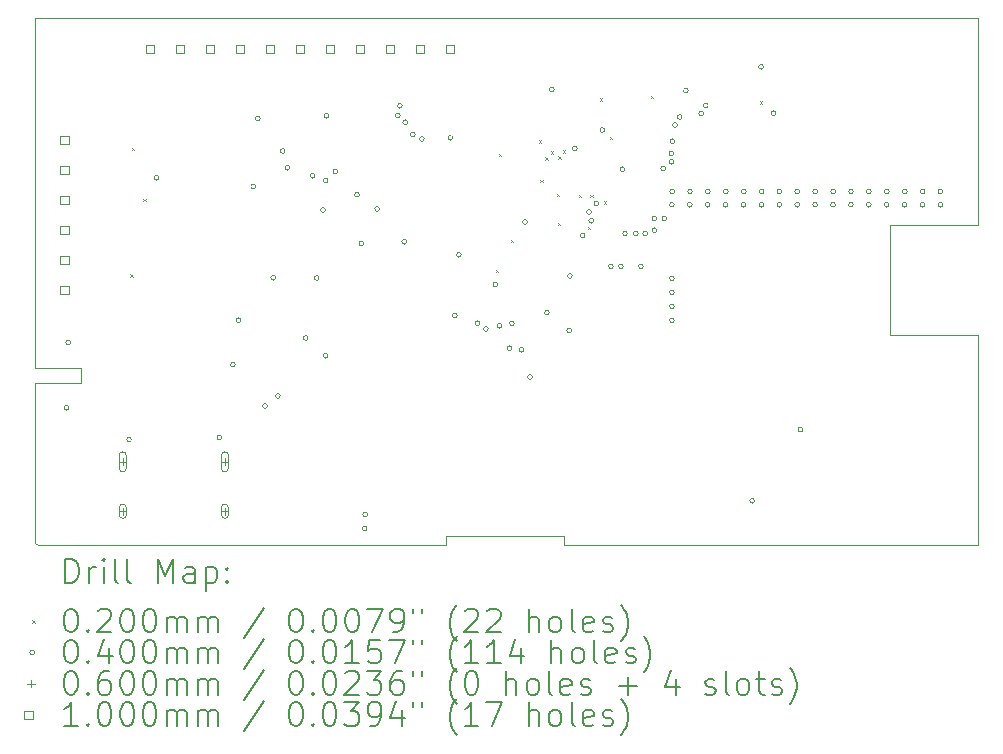
<source format=gbr>
%TF.GenerationSoftware,KiCad,Pcbnew,7.0.11-7.0.11~ubuntu22.04.1*%
%TF.CreationDate,2024-06-26T11:35:14+02:00*%
%TF.ProjectId,S3-silicon-Sharp-Touch,53332d73-696c-4696-936f-6e2d53686172,rev?*%
%TF.SameCoordinates,Original*%
%TF.FileFunction,Drillmap*%
%TF.FilePolarity,Positive*%
%FSLAX45Y45*%
G04 Gerber Fmt 4.5, Leading zero omitted, Abs format (unit mm)*
G04 Created by KiCad (PCBNEW 7.0.11-7.0.11~ubuntu22.04.1) date 2024-06-26 11:35:14*
%MOMM*%
%LPD*%
G01*
G04 APERTURE LIST*
%ADD10C,0.100000*%
%ADD11C,0.200000*%
G04 APERTURE END LIST*
D10*
X10750000Y-4900000D02*
X10004000Y-4900000D01*
X2765000Y-6240000D02*
X3155000Y-6240000D01*
X2765000Y-3150000D02*
X10750000Y-3150000D01*
X3155000Y-6115000D02*
X2765000Y-6115000D01*
X7242000Y-7615000D02*
X10750000Y-7615000D01*
X2765000Y-6240000D02*
X2765000Y-7585287D01*
X10750000Y-3150000D02*
X10750000Y-4900000D01*
X10004000Y-5835000D02*
X10004000Y-4900000D01*
X2765000Y-6115000D02*
X2765000Y-3150000D01*
X2764993Y-7585287D02*
G75*
G03*
X2795000Y-7615287I30007J7D01*
G01*
X6242000Y-7535787D02*
X7242000Y-7535787D01*
X6242000Y-7615000D02*
X6242000Y-7535787D01*
X10750000Y-5835000D02*
X10004000Y-5835000D01*
X2795000Y-7615000D02*
X6242000Y-7615000D01*
X7242000Y-7615000D02*
X7242000Y-7535787D01*
X3155000Y-6240000D02*
X3155000Y-6115000D01*
X10750000Y-5835000D02*
X10750000Y-7615000D01*
D11*
D10*
X3572109Y-5322109D02*
X3592109Y-5342109D01*
X3592109Y-5322109D02*
X3572109Y-5342109D01*
X3584000Y-4251000D02*
X3604000Y-4271000D01*
X3604000Y-4251000D02*
X3584000Y-4271000D01*
X3680000Y-4682000D02*
X3700000Y-4702000D01*
X3700000Y-4682000D02*
X3680000Y-4702000D01*
X6663000Y-5281000D02*
X6683000Y-5301000D01*
X6683000Y-5281000D02*
X6663000Y-5301000D01*
X6691000Y-4303000D02*
X6711000Y-4323000D01*
X6711000Y-4303000D02*
X6691000Y-4323000D01*
X6792000Y-5031000D02*
X6812000Y-5051000D01*
X6812000Y-5031000D02*
X6792000Y-5051000D01*
X7030825Y-4187175D02*
X7050825Y-4207175D01*
X7050825Y-4187175D02*
X7030825Y-4207175D01*
X7043666Y-4518999D02*
X7063666Y-4538999D01*
X7063666Y-4518999D02*
X7043666Y-4538999D01*
X7083909Y-4331391D02*
X7103909Y-4351391D01*
X7103909Y-4331391D02*
X7083909Y-4351391D01*
X7130609Y-4280391D02*
X7150609Y-4300391D01*
X7150609Y-4280391D02*
X7130609Y-4300391D01*
X7181796Y-4640161D02*
X7201796Y-4660161D01*
X7201796Y-4640161D02*
X7181796Y-4660161D01*
X7189000Y-4883000D02*
X7209000Y-4903000D01*
X7209000Y-4883000D02*
X7189000Y-4903000D01*
X7196000Y-4321000D02*
X7216000Y-4341000D01*
X7216000Y-4321000D02*
X7196000Y-4341000D01*
X7231699Y-4269912D02*
X7251699Y-4289912D01*
X7251699Y-4269912D02*
X7231699Y-4289912D01*
X7370000Y-4650000D02*
X7390000Y-4670000D01*
X7390000Y-4650000D02*
X7370000Y-4670000D01*
X7444000Y-4921000D02*
X7464000Y-4941000D01*
X7464000Y-4921000D02*
X7444000Y-4941000D01*
X7464000Y-4650000D02*
X7484000Y-4670000D01*
X7484000Y-4650000D02*
X7464000Y-4670000D01*
X7544000Y-3830000D02*
X7564000Y-3850000D01*
X7564000Y-3830000D02*
X7544000Y-3850000D01*
X7581227Y-4703338D02*
X7601227Y-4723338D01*
X7601227Y-4703338D02*
X7581227Y-4723338D01*
X7630000Y-4157000D02*
X7650000Y-4177000D01*
X7650000Y-4157000D02*
X7630000Y-4177000D01*
X7976000Y-3808000D02*
X7996000Y-3828000D01*
X7996000Y-3808000D02*
X7976000Y-3828000D01*
X8901000Y-3857000D02*
X8921000Y-3877000D01*
X8921000Y-3857000D02*
X8901000Y-3877000D01*
X3050000Y-6450000D02*
G75*
G03*
X3010000Y-6450000I-20000J0D01*
G01*
X3010000Y-6450000D02*
G75*
G03*
X3050000Y-6450000I20000J0D01*
G01*
X3065000Y-5900000D02*
G75*
G03*
X3025000Y-5900000I-20000J0D01*
G01*
X3025000Y-5900000D02*
G75*
G03*
X3065000Y-5900000I20000J0D01*
G01*
X3580000Y-6719500D02*
G75*
G03*
X3540000Y-6719500I-20000J0D01*
G01*
X3540000Y-6719500D02*
G75*
G03*
X3580000Y-6719500I20000J0D01*
G01*
X3814000Y-4504000D02*
G75*
G03*
X3774000Y-4504000I-20000J0D01*
G01*
X3774000Y-4504000D02*
G75*
G03*
X3814000Y-4504000I20000J0D01*
G01*
X4345000Y-6701500D02*
G75*
G03*
X4305000Y-6701500I-20000J0D01*
G01*
X4305000Y-6701500D02*
G75*
G03*
X4345000Y-6701500I20000J0D01*
G01*
X4460000Y-6085000D02*
G75*
G03*
X4420000Y-6085000I-20000J0D01*
G01*
X4420000Y-6085000D02*
G75*
G03*
X4460000Y-6085000I20000J0D01*
G01*
X4506000Y-5709000D02*
G75*
G03*
X4466000Y-5709000I-20000J0D01*
G01*
X4466000Y-5709000D02*
G75*
G03*
X4506000Y-5709000I20000J0D01*
G01*
X4632000Y-4579000D02*
G75*
G03*
X4592000Y-4579000I-20000J0D01*
G01*
X4592000Y-4579000D02*
G75*
G03*
X4632000Y-4579000I20000J0D01*
G01*
X4670000Y-4001000D02*
G75*
G03*
X4630000Y-4001000I-20000J0D01*
G01*
X4630000Y-4001000D02*
G75*
G03*
X4670000Y-4001000I20000J0D01*
G01*
X4731000Y-6435000D02*
G75*
G03*
X4691000Y-6435000I-20000J0D01*
G01*
X4691000Y-6435000D02*
G75*
G03*
X4731000Y-6435000I20000J0D01*
G01*
X4801000Y-5350000D02*
G75*
G03*
X4761000Y-5350000I-20000J0D01*
G01*
X4761000Y-5350000D02*
G75*
G03*
X4801000Y-5350000I20000J0D01*
G01*
X4840000Y-6350000D02*
G75*
G03*
X4800000Y-6350000I-20000J0D01*
G01*
X4800000Y-6350000D02*
G75*
G03*
X4840000Y-6350000I20000J0D01*
G01*
X4880924Y-4277081D02*
G75*
G03*
X4840924Y-4277081I-20000J0D01*
G01*
X4840924Y-4277081D02*
G75*
G03*
X4880924Y-4277081I20000J0D01*
G01*
X4920000Y-4419000D02*
G75*
G03*
X4880000Y-4419000I-20000J0D01*
G01*
X4880000Y-4419000D02*
G75*
G03*
X4920000Y-4419000I20000J0D01*
G01*
X5075000Y-5860000D02*
G75*
G03*
X5035000Y-5860000I-20000J0D01*
G01*
X5035000Y-5860000D02*
G75*
G03*
X5075000Y-5860000I20000J0D01*
G01*
X5135407Y-4487550D02*
G75*
G03*
X5095407Y-4487550I-20000J0D01*
G01*
X5095407Y-4487550D02*
G75*
G03*
X5135407Y-4487550I20000J0D01*
G01*
X5169000Y-5352000D02*
G75*
G03*
X5129000Y-5352000I-20000J0D01*
G01*
X5129000Y-5352000D02*
G75*
G03*
X5169000Y-5352000I20000J0D01*
G01*
X5223000Y-4776000D02*
G75*
G03*
X5183000Y-4776000I-20000J0D01*
G01*
X5183000Y-4776000D02*
G75*
G03*
X5223000Y-4776000I20000J0D01*
G01*
X5244000Y-4526000D02*
G75*
G03*
X5204000Y-4526000I-20000J0D01*
G01*
X5204000Y-4526000D02*
G75*
G03*
X5244000Y-4526000I20000J0D01*
G01*
X5245000Y-6010000D02*
G75*
G03*
X5205000Y-6010000I-20000J0D01*
G01*
X5205000Y-6010000D02*
G75*
G03*
X5245000Y-6010000I20000J0D01*
G01*
X5252000Y-3980000D02*
G75*
G03*
X5212000Y-3980000I-20000J0D01*
G01*
X5212000Y-3980000D02*
G75*
G03*
X5252000Y-3980000I20000J0D01*
G01*
X5327000Y-4450000D02*
G75*
G03*
X5287000Y-4450000I-20000J0D01*
G01*
X5287000Y-4450000D02*
G75*
G03*
X5327000Y-4450000I20000J0D01*
G01*
X5510000Y-4647000D02*
G75*
G03*
X5470000Y-4647000I-20000J0D01*
G01*
X5470000Y-4647000D02*
G75*
G03*
X5510000Y-4647000I20000J0D01*
G01*
X5547000Y-5061000D02*
G75*
G03*
X5507000Y-5061000I-20000J0D01*
G01*
X5507000Y-5061000D02*
G75*
G03*
X5547000Y-5061000I20000J0D01*
G01*
X5575000Y-7474000D02*
G75*
G03*
X5535000Y-7474000I-20000J0D01*
G01*
X5535000Y-7474000D02*
G75*
G03*
X5575000Y-7474000I20000J0D01*
G01*
X5579000Y-7354000D02*
G75*
G03*
X5539000Y-7354000I-20000J0D01*
G01*
X5539000Y-7354000D02*
G75*
G03*
X5579000Y-7354000I20000J0D01*
G01*
X5680728Y-4767272D02*
G75*
G03*
X5640728Y-4767272I-20000J0D01*
G01*
X5640728Y-4767272D02*
G75*
G03*
X5680728Y-4767272I20000J0D01*
G01*
X5856000Y-3977000D02*
G75*
G03*
X5816000Y-3977000I-20000J0D01*
G01*
X5816000Y-3977000D02*
G75*
G03*
X5856000Y-3977000I20000J0D01*
G01*
X5873000Y-3894000D02*
G75*
G03*
X5833000Y-3894000I-20000J0D01*
G01*
X5833000Y-3894000D02*
G75*
G03*
X5873000Y-3894000I20000J0D01*
G01*
X5910000Y-5045000D02*
G75*
G03*
X5870000Y-5045000I-20000J0D01*
G01*
X5870000Y-5045000D02*
G75*
G03*
X5910000Y-5045000I20000J0D01*
G01*
X5918000Y-4033000D02*
G75*
G03*
X5878000Y-4033000I-20000J0D01*
G01*
X5878000Y-4033000D02*
G75*
G03*
X5918000Y-4033000I20000J0D01*
G01*
X5982320Y-4137996D02*
G75*
G03*
X5942320Y-4137996I-20000J0D01*
G01*
X5942320Y-4137996D02*
G75*
G03*
X5982320Y-4137996I20000J0D01*
G01*
X6059186Y-4174281D02*
G75*
G03*
X6019186Y-4174281I-20000J0D01*
G01*
X6019186Y-4174281D02*
G75*
G03*
X6059186Y-4174281I20000J0D01*
G01*
X6300000Y-4166000D02*
G75*
G03*
X6260000Y-4166000I-20000J0D01*
G01*
X6260000Y-4166000D02*
G75*
G03*
X6300000Y-4166000I20000J0D01*
G01*
X6339000Y-5670000D02*
G75*
G03*
X6299000Y-5670000I-20000J0D01*
G01*
X6299000Y-5670000D02*
G75*
G03*
X6339000Y-5670000I20000J0D01*
G01*
X6372533Y-5155467D02*
G75*
G03*
X6332533Y-5155467I-20000J0D01*
G01*
X6332533Y-5155467D02*
G75*
G03*
X6372533Y-5155467I20000J0D01*
G01*
X6530493Y-5735526D02*
G75*
G03*
X6490493Y-5735526I-20000J0D01*
G01*
X6490493Y-5735526D02*
G75*
G03*
X6530493Y-5735526I20000J0D01*
G01*
X6601000Y-5783000D02*
G75*
G03*
X6561000Y-5783000I-20000J0D01*
G01*
X6561000Y-5783000D02*
G75*
G03*
X6601000Y-5783000I20000J0D01*
G01*
X6682500Y-5406500D02*
G75*
G03*
X6642500Y-5406500I-20000J0D01*
G01*
X6642500Y-5406500D02*
G75*
G03*
X6682500Y-5406500I20000J0D01*
G01*
X6716000Y-5757000D02*
G75*
G03*
X6676000Y-5757000I-20000J0D01*
G01*
X6676000Y-5757000D02*
G75*
G03*
X6716000Y-5757000I20000J0D01*
G01*
X6801000Y-5946000D02*
G75*
G03*
X6761000Y-5946000I-20000J0D01*
G01*
X6761000Y-5946000D02*
G75*
G03*
X6801000Y-5946000I20000J0D01*
G01*
X6822000Y-5736000D02*
G75*
G03*
X6782000Y-5736000I-20000J0D01*
G01*
X6782000Y-5736000D02*
G75*
G03*
X6822000Y-5736000I20000J0D01*
G01*
X6903000Y-5960000D02*
G75*
G03*
X6863000Y-5960000I-20000J0D01*
G01*
X6863000Y-5960000D02*
G75*
G03*
X6903000Y-5960000I20000J0D01*
G01*
X6932440Y-4879000D02*
G75*
G03*
X6892440Y-4879000I-20000J0D01*
G01*
X6892440Y-4879000D02*
G75*
G03*
X6932440Y-4879000I20000J0D01*
G01*
X6974000Y-6190000D02*
G75*
G03*
X6934000Y-6190000I-20000J0D01*
G01*
X6934000Y-6190000D02*
G75*
G03*
X6974000Y-6190000I20000J0D01*
G01*
X7118000Y-5646000D02*
G75*
G03*
X7078000Y-5646000I-20000J0D01*
G01*
X7078000Y-5646000D02*
G75*
G03*
X7118000Y-5646000I20000J0D01*
G01*
X7160000Y-3757000D02*
G75*
G03*
X7120000Y-3757000I-20000J0D01*
G01*
X7120000Y-3757000D02*
G75*
G03*
X7160000Y-3757000I20000J0D01*
G01*
X7307000Y-5795000D02*
G75*
G03*
X7267000Y-5795000I-20000J0D01*
G01*
X7267000Y-5795000D02*
G75*
G03*
X7307000Y-5795000I20000J0D01*
G01*
X7312000Y-5334500D02*
G75*
G03*
X7272000Y-5334500I-20000J0D01*
G01*
X7272000Y-5334500D02*
G75*
G03*
X7312000Y-5334500I20000J0D01*
G01*
X7353000Y-4256000D02*
G75*
G03*
X7313000Y-4256000I-20000J0D01*
G01*
X7313000Y-4256000D02*
G75*
G03*
X7353000Y-4256000I20000J0D01*
G01*
X7420000Y-4992500D02*
G75*
G03*
X7380000Y-4992500I-20000J0D01*
G01*
X7380000Y-4992500D02*
G75*
G03*
X7420000Y-4992500I20000J0D01*
G01*
X7473506Y-4792494D02*
G75*
G03*
X7433506Y-4792494I-20000J0D01*
G01*
X7433506Y-4792494D02*
G75*
G03*
X7473506Y-4792494I20000J0D01*
G01*
X7493179Y-4867321D02*
G75*
G03*
X7453179Y-4867321I-20000J0D01*
G01*
X7453179Y-4867321D02*
G75*
G03*
X7493179Y-4867321I20000J0D01*
G01*
X7536691Y-4721665D02*
G75*
G03*
X7496691Y-4721665I-20000J0D01*
G01*
X7496691Y-4721665D02*
G75*
G03*
X7536691Y-4721665I20000J0D01*
G01*
X7588000Y-4099000D02*
G75*
G03*
X7548000Y-4099000I-20000J0D01*
G01*
X7548000Y-4099000D02*
G75*
G03*
X7588000Y-4099000I20000J0D01*
G01*
X7660000Y-5253000D02*
G75*
G03*
X7620000Y-5253000I-20000J0D01*
G01*
X7620000Y-5253000D02*
G75*
G03*
X7660000Y-5253000I20000J0D01*
G01*
X7744667Y-5253000D02*
G75*
G03*
X7704667Y-5253000I-20000J0D01*
G01*
X7704667Y-5253000D02*
G75*
G03*
X7744667Y-5253000I20000J0D01*
G01*
X7756000Y-4430000D02*
G75*
G03*
X7716000Y-4430000I-20000J0D01*
G01*
X7716000Y-4430000D02*
G75*
G03*
X7756000Y-4430000I20000J0D01*
G01*
X7779000Y-4975000D02*
G75*
G03*
X7739000Y-4975000I-20000J0D01*
G01*
X7739000Y-4975000D02*
G75*
G03*
X7779000Y-4975000I20000J0D01*
G01*
X7869500Y-4975000D02*
G75*
G03*
X7829500Y-4975000I-20000J0D01*
G01*
X7829500Y-4975000D02*
G75*
G03*
X7869500Y-4975000I20000J0D01*
G01*
X7914000Y-5253000D02*
G75*
G03*
X7874000Y-5253000I-20000J0D01*
G01*
X7874000Y-5253000D02*
G75*
G03*
X7914000Y-5253000I20000J0D01*
G01*
X7950000Y-4974000D02*
G75*
G03*
X7910000Y-4974000I-20000J0D01*
G01*
X7910000Y-4974000D02*
G75*
G03*
X7950000Y-4974000I20000J0D01*
G01*
X8028000Y-4849000D02*
G75*
G03*
X7988000Y-4849000I-20000J0D01*
G01*
X7988000Y-4849000D02*
G75*
G03*
X8028000Y-4849000I20000J0D01*
G01*
X8028000Y-4948000D02*
G75*
G03*
X7988000Y-4948000I-20000J0D01*
G01*
X7988000Y-4948000D02*
G75*
G03*
X8028000Y-4948000I20000J0D01*
G01*
X8102287Y-4423505D02*
G75*
G03*
X8062287Y-4423505I-20000J0D01*
G01*
X8062287Y-4423505D02*
G75*
G03*
X8102287Y-4423505I20000J0D01*
G01*
X8113000Y-4847000D02*
G75*
G03*
X8073000Y-4847000I-20000J0D01*
G01*
X8073000Y-4847000D02*
G75*
G03*
X8113000Y-4847000I20000J0D01*
G01*
X8172000Y-4297375D02*
G75*
G03*
X8132000Y-4297375I-20000J0D01*
G01*
X8132000Y-4297375D02*
G75*
G03*
X8172000Y-4297375I20000J0D01*
G01*
X8172646Y-4367288D02*
G75*
G03*
X8132646Y-4367288I-20000J0D01*
G01*
X8132646Y-4367288D02*
G75*
G03*
X8172646Y-4367288I20000J0D01*
G01*
X8176000Y-4732000D02*
G75*
G03*
X8136000Y-4732000I-20000J0D01*
G01*
X8136000Y-4732000D02*
G75*
G03*
X8176000Y-4732000I20000J0D01*
G01*
X8176000Y-5354090D02*
G75*
G03*
X8136000Y-5354090I-20000J0D01*
G01*
X8136000Y-5354090D02*
G75*
G03*
X8176000Y-5354090I20000J0D01*
G01*
X8176000Y-5472727D02*
G75*
G03*
X8136000Y-5472727I-20000J0D01*
G01*
X8136000Y-5472727D02*
G75*
G03*
X8176000Y-5472727I20000J0D01*
G01*
X8176000Y-5591363D02*
G75*
G03*
X8136000Y-5591363I-20000J0D01*
G01*
X8136000Y-5591363D02*
G75*
G03*
X8176000Y-5591363I20000J0D01*
G01*
X8176000Y-5710000D02*
G75*
G03*
X8136000Y-5710000I-20000J0D01*
G01*
X8136000Y-5710000D02*
G75*
G03*
X8176000Y-5710000I20000J0D01*
G01*
X8178000Y-4620000D02*
G75*
G03*
X8138000Y-4620000I-20000J0D01*
G01*
X8138000Y-4620000D02*
G75*
G03*
X8178000Y-4620000I20000J0D01*
G01*
X8181000Y-4195000D02*
G75*
G03*
X8141000Y-4195000I-20000J0D01*
G01*
X8141000Y-4195000D02*
G75*
G03*
X8181000Y-4195000I20000J0D01*
G01*
X8203000Y-4056000D02*
G75*
G03*
X8163000Y-4056000I-20000J0D01*
G01*
X8163000Y-4056000D02*
G75*
G03*
X8203000Y-4056000I20000J0D01*
G01*
X8242000Y-3989000D02*
G75*
G03*
X8202000Y-3989000I-20000J0D01*
G01*
X8202000Y-3989000D02*
G75*
G03*
X8242000Y-3989000I20000J0D01*
G01*
X8295000Y-3765000D02*
G75*
G03*
X8255000Y-3765000I-20000J0D01*
G01*
X8255000Y-3765000D02*
G75*
G03*
X8295000Y-3765000I20000J0D01*
G01*
X8327600Y-4732000D02*
G75*
G03*
X8287600Y-4732000I-20000J0D01*
G01*
X8287600Y-4732000D02*
G75*
G03*
X8327600Y-4732000I20000J0D01*
G01*
X8329467Y-4620000D02*
G75*
G03*
X8289467Y-4620000I-20000J0D01*
G01*
X8289467Y-4620000D02*
G75*
G03*
X8329467Y-4620000I20000J0D01*
G01*
X8425000Y-3960000D02*
G75*
G03*
X8385000Y-3960000I-20000J0D01*
G01*
X8385000Y-3960000D02*
G75*
G03*
X8425000Y-3960000I20000J0D01*
G01*
X8462000Y-3891000D02*
G75*
G03*
X8422000Y-3891000I-20000J0D01*
G01*
X8422000Y-3891000D02*
G75*
G03*
X8462000Y-3891000I20000J0D01*
G01*
X8479200Y-4732000D02*
G75*
G03*
X8439200Y-4732000I-20000J0D01*
G01*
X8439200Y-4732000D02*
G75*
G03*
X8479200Y-4732000I20000J0D01*
G01*
X8480933Y-4620000D02*
G75*
G03*
X8440933Y-4620000I-20000J0D01*
G01*
X8440933Y-4620000D02*
G75*
G03*
X8480933Y-4620000I20000J0D01*
G01*
X8630800Y-4732000D02*
G75*
G03*
X8590800Y-4732000I-20000J0D01*
G01*
X8590800Y-4732000D02*
G75*
G03*
X8630800Y-4732000I20000J0D01*
G01*
X8632400Y-4620000D02*
G75*
G03*
X8592400Y-4620000I-20000J0D01*
G01*
X8592400Y-4620000D02*
G75*
G03*
X8632400Y-4620000I20000J0D01*
G01*
X8782400Y-4732000D02*
G75*
G03*
X8742400Y-4732000I-20000J0D01*
G01*
X8742400Y-4732000D02*
G75*
G03*
X8782400Y-4732000I20000J0D01*
G01*
X8783866Y-4620000D02*
G75*
G03*
X8743866Y-4620000I-20000J0D01*
G01*
X8743866Y-4620000D02*
G75*
G03*
X8783866Y-4620000I20000J0D01*
G01*
X8856000Y-7239000D02*
G75*
G03*
X8816000Y-7239000I-20000J0D01*
G01*
X8816000Y-7239000D02*
G75*
G03*
X8856000Y-7239000I20000J0D01*
G01*
X8931000Y-3564000D02*
G75*
G03*
X8891000Y-3564000I-20000J0D01*
G01*
X8891000Y-3564000D02*
G75*
G03*
X8931000Y-3564000I20000J0D01*
G01*
X8934000Y-4732000D02*
G75*
G03*
X8894000Y-4732000I-20000J0D01*
G01*
X8894000Y-4732000D02*
G75*
G03*
X8934000Y-4732000I20000J0D01*
G01*
X8935333Y-4620000D02*
G75*
G03*
X8895333Y-4620000I-20000J0D01*
G01*
X8895333Y-4620000D02*
G75*
G03*
X8935333Y-4620000I20000J0D01*
G01*
X9037000Y-3957000D02*
G75*
G03*
X8997000Y-3957000I-20000J0D01*
G01*
X8997000Y-3957000D02*
G75*
G03*
X9037000Y-3957000I20000J0D01*
G01*
X9085600Y-4732000D02*
G75*
G03*
X9045600Y-4732000I-20000J0D01*
G01*
X9045600Y-4732000D02*
G75*
G03*
X9085600Y-4732000I20000J0D01*
G01*
X9086800Y-4620000D02*
G75*
G03*
X9046800Y-4620000I-20000J0D01*
G01*
X9046800Y-4620000D02*
G75*
G03*
X9086800Y-4620000I20000J0D01*
G01*
X9237200Y-4732000D02*
G75*
G03*
X9197200Y-4732000I-20000J0D01*
G01*
X9197200Y-4732000D02*
G75*
G03*
X9237200Y-4732000I20000J0D01*
G01*
X9238266Y-4620000D02*
G75*
G03*
X9198266Y-4620000I-20000J0D01*
G01*
X9198266Y-4620000D02*
G75*
G03*
X9238266Y-4620000I20000J0D01*
G01*
X9265000Y-6635000D02*
G75*
G03*
X9225000Y-6635000I-20000J0D01*
G01*
X9225000Y-6635000D02*
G75*
G03*
X9265000Y-6635000I20000J0D01*
G01*
X9388800Y-4732000D02*
G75*
G03*
X9348800Y-4732000I-20000J0D01*
G01*
X9348800Y-4732000D02*
G75*
G03*
X9388800Y-4732000I20000J0D01*
G01*
X9389733Y-4620000D02*
G75*
G03*
X9349733Y-4620000I-20000J0D01*
G01*
X9349733Y-4620000D02*
G75*
G03*
X9389733Y-4620000I20000J0D01*
G01*
X9540400Y-4732000D02*
G75*
G03*
X9500400Y-4732000I-20000J0D01*
G01*
X9500400Y-4732000D02*
G75*
G03*
X9540400Y-4732000I20000J0D01*
G01*
X9541199Y-4620000D02*
G75*
G03*
X9501199Y-4620000I-20000J0D01*
G01*
X9501199Y-4620000D02*
G75*
G03*
X9541199Y-4620000I20000J0D01*
G01*
X9692000Y-4732000D02*
G75*
G03*
X9652000Y-4732000I-20000J0D01*
G01*
X9652000Y-4732000D02*
G75*
G03*
X9692000Y-4732000I20000J0D01*
G01*
X9692666Y-4620000D02*
G75*
G03*
X9652666Y-4620000I-20000J0D01*
G01*
X9652666Y-4620000D02*
G75*
G03*
X9692666Y-4620000I20000J0D01*
G01*
X9843600Y-4732000D02*
G75*
G03*
X9803600Y-4732000I-20000J0D01*
G01*
X9803600Y-4732000D02*
G75*
G03*
X9843600Y-4732000I20000J0D01*
G01*
X9844133Y-4620000D02*
G75*
G03*
X9804133Y-4620000I-20000J0D01*
G01*
X9804133Y-4620000D02*
G75*
G03*
X9844133Y-4620000I20000J0D01*
G01*
X9995200Y-4732000D02*
G75*
G03*
X9955200Y-4732000I-20000J0D01*
G01*
X9955200Y-4732000D02*
G75*
G03*
X9995200Y-4732000I20000J0D01*
G01*
X9995599Y-4620000D02*
G75*
G03*
X9955599Y-4620000I-20000J0D01*
G01*
X9955599Y-4620000D02*
G75*
G03*
X9995599Y-4620000I20000J0D01*
G01*
X10146800Y-4732000D02*
G75*
G03*
X10106800Y-4732000I-20000J0D01*
G01*
X10106800Y-4732000D02*
G75*
G03*
X10146800Y-4732000I20000J0D01*
G01*
X10147066Y-4620000D02*
G75*
G03*
X10107066Y-4620000I-20000J0D01*
G01*
X10107066Y-4620000D02*
G75*
G03*
X10147066Y-4620000I20000J0D01*
G01*
X10298400Y-4732000D02*
G75*
G03*
X10258400Y-4732000I-20000J0D01*
G01*
X10258400Y-4732000D02*
G75*
G03*
X10298400Y-4732000I20000J0D01*
G01*
X10298532Y-4620000D02*
G75*
G03*
X10258532Y-4620000I-20000J0D01*
G01*
X10258532Y-4620000D02*
G75*
G03*
X10298532Y-4620000I20000J0D01*
G01*
X10450000Y-4620000D02*
G75*
G03*
X10410000Y-4620000I-20000J0D01*
G01*
X10410000Y-4620000D02*
G75*
G03*
X10450000Y-4620000I20000J0D01*
G01*
X10450000Y-4732000D02*
G75*
G03*
X10410000Y-4732000I-20000J0D01*
G01*
X10410000Y-4732000D02*
G75*
G03*
X10450000Y-4732000I20000J0D01*
G01*
X3507000Y-6878500D02*
X3507000Y-6938500D01*
X3477000Y-6908500D02*
X3537000Y-6908500D01*
X3477000Y-6853500D02*
X3477000Y-6963500D01*
X3477000Y-6963500D02*
G75*
G03*
X3537000Y-6963500I30000J0D01*
G01*
X3537000Y-6963500D02*
X3537000Y-6853500D01*
X3537000Y-6853500D02*
G75*
G03*
X3477000Y-6853500I-30000J0D01*
G01*
X3507000Y-7296500D02*
X3507000Y-7356500D01*
X3477000Y-7326500D02*
X3537000Y-7326500D01*
X3477000Y-7296500D02*
X3477000Y-7356500D01*
X3477000Y-7356500D02*
G75*
G03*
X3537000Y-7356500I30000J0D01*
G01*
X3537000Y-7356500D02*
X3537000Y-7296500D01*
X3537000Y-7296500D02*
G75*
G03*
X3477000Y-7296500I-30000J0D01*
G01*
X4371000Y-6878500D02*
X4371000Y-6938500D01*
X4341000Y-6908500D02*
X4401000Y-6908500D01*
X4341000Y-6853500D02*
X4341000Y-6963500D01*
X4341000Y-6963500D02*
G75*
G03*
X4401000Y-6963500I30000J0D01*
G01*
X4401000Y-6963500D02*
X4401000Y-6853500D01*
X4401000Y-6853500D02*
G75*
G03*
X4341000Y-6853500I-30000J0D01*
G01*
X4371000Y-7296500D02*
X4371000Y-7356500D01*
X4341000Y-7326500D02*
X4401000Y-7326500D01*
X4341000Y-7296500D02*
X4341000Y-7356500D01*
X4341000Y-7356500D02*
G75*
G03*
X4401000Y-7356500I30000J0D01*
G01*
X4401000Y-7356500D02*
X4401000Y-7296500D01*
X4401000Y-7296500D02*
G75*
G03*
X4341000Y-7296500I-30000J0D01*
G01*
X3050356Y-4219356D02*
X3050356Y-4148644D01*
X2979644Y-4148644D01*
X2979644Y-4219356D01*
X3050356Y-4219356D01*
X3050356Y-4473356D02*
X3050356Y-4402644D01*
X2979644Y-4402644D01*
X2979644Y-4473356D01*
X3050356Y-4473356D01*
X3050356Y-4727356D02*
X3050356Y-4656644D01*
X2979644Y-4656644D01*
X2979644Y-4727356D01*
X3050356Y-4727356D01*
X3050356Y-4981356D02*
X3050356Y-4910644D01*
X2979644Y-4910644D01*
X2979644Y-4981356D01*
X3050356Y-4981356D01*
X3050356Y-5235356D02*
X3050356Y-5164644D01*
X2979644Y-5164644D01*
X2979644Y-5235356D01*
X3050356Y-5235356D01*
X3050356Y-5489356D02*
X3050356Y-5418644D01*
X2979644Y-5418644D01*
X2979644Y-5489356D01*
X3050356Y-5489356D01*
X3775356Y-3448356D02*
X3775356Y-3377644D01*
X3704644Y-3377644D01*
X3704644Y-3448356D01*
X3775356Y-3448356D01*
X4029356Y-3448356D02*
X4029356Y-3377644D01*
X3958644Y-3377644D01*
X3958644Y-3448356D01*
X4029356Y-3448356D01*
X4283356Y-3448356D02*
X4283356Y-3377644D01*
X4212644Y-3377644D01*
X4212644Y-3448356D01*
X4283356Y-3448356D01*
X4537356Y-3448356D02*
X4537356Y-3377644D01*
X4466644Y-3377644D01*
X4466644Y-3448356D01*
X4537356Y-3448356D01*
X4791356Y-3448356D02*
X4791356Y-3377644D01*
X4720644Y-3377644D01*
X4720644Y-3448356D01*
X4791356Y-3448356D01*
X5045356Y-3448356D02*
X5045356Y-3377644D01*
X4974644Y-3377644D01*
X4974644Y-3448356D01*
X5045356Y-3448356D01*
X5299356Y-3448356D02*
X5299356Y-3377644D01*
X5228644Y-3377644D01*
X5228644Y-3448356D01*
X5299356Y-3448356D01*
X5553356Y-3448356D02*
X5553356Y-3377644D01*
X5482644Y-3377644D01*
X5482644Y-3448356D01*
X5553356Y-3448356D01*
X5807356Y-3448356D02*
X5807356Y-3377644D01*
X5736644Y-3377644D01*
X5736644Y-3448356D01*
X5807356Y-3448356D01*
X6061356Y-3448356D02*
X6061356Y-3377644D01*
X5990644Y-3377644D01*
X5990644Y-3448356D01*
X6061356Y-3448356D01*
X6315356Y-3448356D02*
X6315356Y-3377644D01*
X6244644Y-3377644D01*
X6244644Y-3448356D01*
X6315356Y-3448356D01*
D11*
X3020777Y-7931771D02*
X3020777Y-7731771D01*
X3020777Y-7731771D02*
X3068396Y-7731771D01*
X3068396Y-7731771D02*
X3096967Y-7741294D01*
X3096967Y-7741294D02*
X3116015Y-7760342D01*
X3116015Y-7760342D02*
X3125539Y-7779390D01*
X3125539Y-7779390D02*
X3135062Y-7817485D01*
X3135062Y-7817485D02*
X3135062Y-7846056D01*
X3135062Y-7846056D02*
X3125539Y-7884151D01*
X3125539Y-7884151D02*
X3116015Y-7903199D01*
X3116015Y-7903199D02*
X3096967Y-7922247D01*
X3096967Y-7922247D02*
X3068396Y-7931771D01*
X3068396Y-7931771D02*
X3020777Y-7931771D01*
X3220777Y-7931771D02*
X3220777Y-7798437D01*
X3220777Y-7836532D02*
X3230301Y-7817485D01*
X3230301Y-7817485D02*
X3239824Y-7807961D01*
X3239824Y-7807961D02*
X3258872Y-7798437D01*
X3258872Y-7798437D02*
X3277920Y-7798437D01*
X3344586Y-7931771D02*
X3344586Y-7798437D01*
X3344586Y-7731771D02*
X3335062Y-7741294D01*
X3335062Y-7741294D02*
X3344586Y-7750818D01*
X3344586Y-7750818D02*
X3354110Y-7741294D01*
X3354110Y-7741294D02*
X3344586Y-7731771D01*
X3344586Y-7731771D02*
X3344586Y-7750818D01*
X3468396Y-7931771D02*
X3449348Y-7922247D01*
X3449348Y-7922247D02*
X3439824Y-7903199D01*
X3439824Y-7903199D02*
X3439824Y-7731771D01*
X3573158Y-7931771D02*
X3554110Y-7922247D01*
X3554110Y-7922247D02*
X3544586Y-7903199D01*
X3544586Y-7903199D02*
X3544586Y-7731771D01*
X3801729Y-7931771D02*
X3801729Y-7731771D01*
X3801729Y-7731771D02*
X3868396Y-7874628D01*
X3868396Y-7874628D02*
X3935062Y-7731771D01*
X3935062Y-7731771D02*
X3935062Y-7931771D01*
X4116015Y-7931771D02*
X4116015Y-7827009D01*
X4116015Y-7827009D02*
X4106491Y-7807961D01*
X4106491Y-7807961D02*
X4087443Y-7798437D01*
X4087443Y-7798437D02*
X4049348Y-7798437D01*
X4049348Y-7798437D02*
X4030301Y-7807961D01*
X4116015Y-7922247D02*
X4096967Y-7931771D01*
X4096967Y-7931771D02*
X4049348Y-7931771D01*
X4049348Y-7931771D02*
X4030301Y-7922247D01*
X4030301Y-7922247D02*
X4020777Y-7903199D01*
X4020777Y-7903199D02*
X4020777Y-7884151D01*
X4020777Y-7884151D02*
X4030301Y-7865104D01*
X4030301Y-7865104D02*
X4049348Y-7855580D01*
X4049348Y-7855580D02*
X4096967Y-7855580D01*
X4096967Y-7855580D02*
X4116015Y-7846056D01*
X4211253Y-7798437D02*
X4211253Y-7998437D01*
X4211253Y-7807961D02*
X4230301Y-7798437D01*
X4230301Y-7798437D02*
X4268396Y-7798437D01*
X4268396Y-7798437D02*
X4287444Y-7807961D01*
X4287444Y-7807961D02*
X4296967Y-7817485D01*
X4296967Y-7817485D02*
X4306491Y-7836532D01*
X4306491Y-7836532D02*
X4306491Y-7893675D01*
X4306491Y-7893675D02*
X4296967Y-7912723D01*
X4296967Y-7912723D02*
X4287444Y-7922247D01*
X4287444Y-7922247D02*
X4268396Y-7931771D01*
X4268396Y-7931771D02*
X4230301Y-7931771D01*
X4230301Y-7931771D02*
X4211253Y-7922247D01*
X4392205Y-7912723D02*
X4401729Y-7922247D01*
X4401729Y-7922247D02*
X4392205Y-7931771D01*
X4392205Y-7931771D02*
X4382682Y-7922247D01*
X4382682Y-7922247D02*
X4392205Y-7912723D01*
X4392205Y-7912723D02*
X4392205Y-7931771D01*
X4392205Y-7807961D02*
X4401729Y-7817485D01*
X4401729Y-7817485D02*
X4392205Y-7827009D01*
X4392205Y-7827009D02*
X4382682Y-7817485D01*
X4382682Y-7817485D02*
X4392205Y-7807961D01*
X4392205Y-7807961D02*
X4392205Y-7827009D01*
D10*
X2740000Y-8250287D02*
X2760000Y-8270287D01*
X2760000Y-8250287D02*
X2740000Y-8270287D01*
D11*
X3058872Y-8151771D02*
X3077920Y-8151771D01*
X3077920Y-8151771D02*
X3096967Y-8161294D01*
X3096967Y-8161294D02*
X3106491Y-8170818D01*
X3106491Y-8170818D02*
X3116015Y-8189866D01*
X3116015Y-8189866D02*
X3125539Y-8227961D01*
X3125539Y-8227961D02*
X3125539Y-8275580D01*
X3125539Y-8275580D02*
X3116015Y-8313675D01*
X3116015Y-8313675D02*
X3106491Y-8332723D01*
X3106491Y-8332723D02*
X3096967Y-8342247D01*
X3096967Y-8342247D02*
X3077920Y-8351771D01*
X3077920Y-8351771D02*
X3058872Y-8351771D01*
X3058872Y-8351771D02*
X3039824Y-8342247D01*
X3039824Y-8342247D02*
X3030301Y-8332723D01*
X3030301Y-8332723D02*
X3020777Y-8313675D01*
X3020777Y-8313675D02*
X3011253Y-8275580D01*
X3011253Y-8275580D02*
X3011253Y-8227961D01*
X3011253Y-8227961D02*
X3020777Y-8189866D01*
X3020777Y-8189866D02*
X3030301Y-8170818D01*
X3030301Y-8170818D02*
X3039824Y-8161294D01*
X3039824Y-8161294D02*
X3058872Y-8151771D01*
X3211253Y-8332723D02*
X3220777Y-8342247D01*
X3220777Y-8342247D02*
X3211253Y-8351771D01*
X3211253Y-8351771D02*
X3201729Y-8342247D01*
X3201729Y-8342247D02*
X3211253Y-8332723D01*
X3211253Y-8332723D02*
X3211253Y-8351771D01*
X3296967Y-8170818D02*
X3306491Y-8161294D01*
X3306491Y-8161294D02*
X3325539Y-8151771D01*
X3325539Y-8151771D02*
X3373158Y-8151771D01*
X3373158Y-8151771D02*
X3392205Y-8161294D01*
X3392205Y-8161294D02*
X3401729Y-8170818D01*
X3401729Y-8170818D02*
X3411253Y-8189866D01*
X3411253Y-8189866D02*
X3411253Y-8208913D01*
X3411253Y-8208913D02*
X3401729Y-8237485D01*
X3401729Y-8237485D02*
X3287443Y-8351771D01*
X3287443Y-8351771D02*
X3411253Y-8351771D01*
X3535062Y-8151771D02*
X3554110Y-8151771D01*
X3554110Y-8151771D02*
X3573158Y-8161294D01*
X3573158Y-8161294D02*
X3582682Y-8170818D01*
X3582682Y-8170818D02*
X3592205Y-8189866D01*
X3592205Y-8189866D02*
X3601729Y-8227961D01*
X3601729Y-8227961D02*
X3601729Y-8275580D01*
X3601729Y-8275580D02*
X3592205Y-8313675D01*
X3592205Y-8313675D02*
X3582682Y-8332723D01*
X3582682Y-8332723D02*
X3573158Y-8342247D01*
X3573158Y-8342247D02*
X3554110Y-8351771D01*
X3554110Y-8351771D02*
X3535062Y-8351771D01*
X3535062Y-8351771D02*
X3516015Y-8342247D01*
X3516015Y-8342247D02*
X3506491Y-8332723D01*
X3506491Y-8332723D02*
X3496967Y-8313675D01*
X3496967Y-8313675D02*
X3487443Y-8275580D01*
X3487443Y-8275580D02*
X3487443Y-8227961D01*
X3487443Y-8227961D02*
X3496967Y-8189866D01*
X3496967Y-8189866D02*
X3506491Y-8170818D01*
X3506491Y-8170818D02*
X3516015Y-8161294D01*
X3516015Y-8161294D02*
X3535062Y-8151771D01*
X3725539Y-8151771D02*
X3744586Y-8151771D01*
X3744586Y-8151771D02*
X3763634Y-8161294D01*
X3763634Y-8161294D02*
X3773158Y-8170818D01*
X3773158Y-8170818D02*
X3782682Y-8189866D01*
X3782682Y-8189866D02*
X3792205Y-8227961D01*
X3792205Y-8227961D02*
X3792205Y-8275580D01*
X3792205Y-8275580D02*
X3782682Y-8313675D01*
X3782682Y-8313675D02*
X3773158Y-8332723D01*
X3773158Y-8332723D02*
X3763634Y-8342247D01*
X3763634Y-8342247D02*
X3744586Y-8351771D01*
X3744586Y-8351771D02*
X3725539Y-8351771D01*
X3725539Y-8351771D02*
X3706491Y-8342247D01*
X3706491Y-8342247D02*
X3696967Y-8332723D01*
X3696967Y-8332723D02*
X3687443Y-8313675D01*
X3687443Y-8313675D02*
X3677920Y-8275580D01*
X3677920Y-8275580D02*
X3677920Y-8227961D01*
X3677920Y-8227961D02*
X3687443Y-8189866D01*
X3687443Y-8189866D02*
X3696967Y-8170818D01*
X3696967Y-8170818D02*
X3706491Y-8161294D01*
X3706491Y-8161294D02*
X3725539Y-8151771D01*
X3877920Y-8351771D02*
X3877920Y-8218437D01*
X3877920Y-8237485D02*
X3887443Y-8227961D01*
X3887443Y-8227961D02*
X3906491Y-8218437D01*
X3906491Y-8218437D02*
X3935063Y-8218437D01*
X3935063Y-8218437D02*
X3954110Y-8227961D01*
X3954110Y-8227961D02*
X3963634Y-8247009D01*
X3963634Y-8247009D02*
X3963634Y-8351771D01*
X3963634Y-8247009D02*
X3973158Y-8227961D01*
X3973158Y-8227961D02*
X3992205Y-8218437D01*
X3992205Y-8218437D02*
X4020777Y-8218437D01*
X4020777Y-8218437D02*
X4039824Y-8227961D01*
X4039824Y-8227961D02*
X4049348Y-8247009D01*
X4049348Y-8247009D02*
X4049348Y-8351771D01*
X4144586Y-8351771D02*
X4144586Y-8218437D01*
X4144586Y-8237485D02*
X4154110Y-8227961D01*
X4154110Y-8227961D02*
X4173158Y-8218437D01*
X4173158Y-8218437D02*
X4201729Y-8218437D01*
X4201729Y-8218437D02*
X4220777Y-8227961D01*
X4220777Y-8227961D02*
X4230301Y-8247009D01*
X4230301Y-8247009D02*
X4230301Y-8351771D01*
X4230301Y-8247009D02*
X4239825Y-8227961D01*
X4239825Y-8227961D02*
X4258872Y-8218437D01*
X4258872Y-8218437D02*
X4287444Y-8218437D01*
X4287444Y-8218437D02*
X4306491Y-8227961D01*
X4306491Y-8227961D02*
X4316015Y-8247009D01*
X4316015Y-8247009D02*
X4316015Y-8351771D01*
X4706491Y-8142247D02*
X4535063Y-8399390D01*
X4963634Y-8151771D02*
X4982682Y-8151771D01*
X4982682Y-8151771D02*
X5001729Y-8161294D01*
X5001729Y-8161294D02*
X5011253Y-8170818D01*
X5011253Y-8170818D02*
X5020777Y-8189866D01*
X5020777Y-8189866D02*
X5030301Y-8227961D01*
X5030301Y-8227961D02*
X5030301Y-8275580D01*
X5030301Y-8275580D02*
X5020777Y-8313675D01*
X5020777Y-8313675D02*
X5011253Y-8332723D01*
X5011253Y-8332723D02*
X5001729Y-8342247D01*
X5001729Y-8342247D02*
X4982682Y-8351771D01*
X4982682Y-8351771D02*
X4963634Y-8351771D01*
X4963634Y-8351771D02*
X4944587Y-8342247D01*
X4944587Y-8342247D02*
X4935063Y-8332723D01*
X4935063Y-8332723D02*
X4925539Y-8313675D01*
X4925539Y-8313675D02*
X4916015Y-8275580D01*
X4916015Y-8275580D02*
X4916015Y-8227961D01*
X4916015Y-8227961D02*
X4925539Y-8189866D01*
X4925539Y-8189866D02*
X4935063Y-8170818D01*
X4935063Y-8170818D02*
X4944587Y-8161294D01*
X4944587Y-8161294D02*
X4963634Y-8151771D01*
X5116015Y-8332723D02*
X5125539Y-8342247D01*
X5125539Y-8342247D02*
X5116015Y-8351771D01*
X5116015Y-8351771D02*
X5106491Y-8342247D01*
X5106491Y-8342247D02*
X5116015Y-8332723D01*
X5116015Y-8332723D02*
X5116015Y-8351771D01*
X5249348Y-8151771D02*
X5268396Y-8151771D01*
X5268396Y-8151771D02*
X5287444Y-8161294D01*
X5287444Y-8161294D02*
X5296968Y-8170818D01*
X5296968Y-8170818D02*
X5306491Y-8189866D01*
X5306491Y-8189866D02*
X5316015Y-8227961D01*
X5316015Y-8227961D02*
X5316015Y-8275580D01*
X5316015Y-8275580D02*
X5306491Y-8313675D01*
X5306491Y-8313675D02*
X5296968Y-8332723D01*
X5296968Y-8332723D02*
X5287444Y-8342247D01*
X5287444Y-8342247D02*
X5268396Y-8351771D01*
X5268396Y-8351771D02*
X5249348Y-8351771D01*
X5249348Y-8351771D02*
X5230301Y-8342247D01*
X5230301Y-8342247D02*
X5220777Y-8332723D01*
X5220777Y-8332723D02*
X5211253Y-8313675D01*
X5211253Y-8313675D02*
X5201729Y-8275580D01*
X5201729Y-8275580D02*
X5201729Y-8227961D01*
X5201729Y-8227961D02*
X5211253Y-8189866D01*
X5211253Y-8189866D02*
X5220777Y-8170818D01*
X5220777Y-8170818D02*
X5230301Y-8161294D01*
X5230301Y-8161294D02*
X5249348Y-8151771D01*
X5439825Y-8151771D02*
X5458872Y-8151771D01*
X5458872Y-8151771D02*
X5477920Y-8161294D01*
X5477920Y-8161294D02*
X5487444Y-8170818D01*
X5487444Y-8170818D02*
X5496968Y-8189866D01*
X5496968Y-8189866D02*
X5506491Y-8227961D01*
X5506491Y-8227961D02*
X5506491Y-8275580D01*
X5506491Y-8275580D02*
X5496968Y-8313675D01*
X5496968Y-8313675D02*
X5487444Y-8332723D01*
X5487444Y-8332723D02*
X5477920Y-8342247D01*
X5477920Y-8342247D02*
X5458872Y-8351771D01*
X5458872Y-8351771D02*
X5439825Y-8351771D01*
X5439825Y-8351771D02*
X5420777Y-8342247D01*
X5420777Y-8342247D02*
X5411253Y-8332723D01*
X5411253Y-8332723D02*
X5401729Y-8313675D01*
X5401729Y-8313675D02*
X5392206Y-8275580D01*
X5392206Y-8275580D02*
X5392206Y-8227961D01*
X5392206Y-8227961D02*
X5401729Y-8189866D01*
X5401729Y-8189866D02*
X5411253Y-8170818D01*
X5411253Y-8170818D02*
X5420777Y-8161294D01*
X5420777Y-8161294D02*
X5439825Y-8151771D01*
X5573158Y-8151771D02*
X5706491Y-8151771D01*
X5706491Y-8151771D02*
X5620777Y-8351771D01*
X5792206Y-8351771D02*
X5830301Y-8351771D01*
X5830301Y-8351771D02*
X5849348Y-8342247D01*
X5849348Y-8342247D02*
X5858872Y-8332723D01*
X5858872Y-8332723D02*
X5877920Y-8304151D01*
X5877920Y-8304151D02*
X5887444Y-8266056D01*
X5887444Y-8266056D02*
X5887444Y-8189866D01*
X5887444Y-8189866D02*
X5877920Y-8170818D01*
X5877920Y-8170818D02*
X5868396Y-8161294D01*
X5868396Y-8161294D02*
X5849348Y-8151771D01*
X5849348Y-8151771D02*
X5811253Y-8151771D01*
X5811253Y-8151771D02*
X5792206Y-8161294D01*
X5792206Y-8161294D02*
X5782682Y-8170818D01*
X5782682Y-8170818D02*
X5773158Y-8189866D01*
X5773158Y-8189866D02*
X5773158Y-8237485D01*
X5773158Y-8237485D02*
X5782682Y-8256532D01*
X5782682Y-8256532D02*
X5792206Y-8266056D01*
X5792206Y-8266056D02*
X5811253Y-8275580D01*
X5811253Y-8275580D02*
X5849348Y-8275580D01*
X5849348Y-8275580D02*
X5868396Y-8266056D01*
X5868396Y-8266056D02*
X5877920Y-8256532D01*
X5877920Y-8256532D02*
X5887444Y-8237485D01*
X5963634Y-8151771D02*
X5963634Y-8189866D01*
X6039825Y-8151771D02*
X6039825Y-8189866D01*
X6335063Y-8427961D02*
X6325539Y-8418437D01*
X6325539Y-8418437D02*
X6306491Y-8389866D01*
X6306491Y-8389866D02*
X6296968Y-8370818D01*
X6296968Y-8370818D02*
X6287444Y-8342247D01*
X6287444Y-8342247D02*
X6277920Y-8294628D01*
X6277920Y-8294628D02*
X6277920Y-8256532D01*
X6277920Y-8256532D02*
X6287444Y-8208913D01*
X6287444Y-8208913D02*
X6296968Y-8180342D01*
X6296968Y-8180342D02*
X6306491Y-8161294D01*
X6306491Y-8161294D02*
X6325539Y-8132723D01*
X6325539Y-8132723D02*
X6335063Y-8123199D01*
X6401729Y-8170818D02*
X6411253Y-8161294D01*
X6411253Y-8161294D02*
X6430301Y-8151771D01*
X6430301Y-8151771D02*
X6477920Y-8151771D01*
X6477920Y-8151771D02*
X6496968Y-8161294D01*
X6496968Y-8161294D02*
X6506491Y-8170818D01*
X6506491Y-8170818D02*
X6516015Y-8189866D01*
X6516015Y-8189866D02*
X6516015Y-8208913D01*
X6516015Y-8208913D02*
X6506491Y-8237485D01*
X6506491Y-8237485D02*
X6392206Y-8351771D01*
X6392206Y-8351771D02*
X6516015Y-8351771D01*
X6592206Y-8170818D02*
X6601729Y-8161294D01*
X6601729Y-8161294D02*
X6620777Y-8151771D01*
X6620777Y-8151771D02*
X6668396Y-8151771D01*
X6668396Y-8151771D02*
X6687444Y-8161294D01*
X6687444Y-8161294D02*
X6696968Y-8170818D01*
X6696968Y-8170818D02*
X6706491Y-8189866D01*
X6706491Y-8189866D02*
X6706491Y-8208913D01*
X6706491Y-8208913D02*
X6696968Y-8237485D01*
X6696968Y-8237485D02*
X6582682Y-8351771D01*
X6582682Y-8351771D02*
X6706491Y-8351771D01*
X6944587Y-8351771D02*
X6944587Y-8151771D01*
X7030301Y-8351771D02*
X7030301Y-8247009D01*
X7030301Y-8247009D02*
X7020777Y-8227961D01*
X7020777Y-8227961D02*
X7001730Y-8218437D01*
X7001730Y-8218437D02*
X6973158Y-8218437D01*
X6973158Y-8218437D02*
X6954110Y-8227961D01*
X6954110Y-8227961D02*
X6944587Y-8237485D01*
X7154110Y-8351771D02*
X7135063Y-8342247D01*
X7135063Y-8342247D02*
X7125539Y-8332723D01*
X7125539Y-8332723D02*
X7116015Y-8313675D01*
X7116015Y-8313675D02*
X7116015Y-8256532D01*
X7116015Y-8256532D02*
X7125539Y-8237485D01*
X7125539Y-8237485D02*
X7135063Y-8227961D01*
X7135063Y-8227961D02*
X7154110Y-8218437D01*
X7154110Y-8218437D02*
X7182682Y-8218437D01*
X7182682Y-8218437D02*
X7201730Y-8227961D01*
X7201730Y-8227961D02*
X7211253Y-8237485D01*
X7211253Y-8237485D02*
X7220777Y-8256532D01*
X7220777Y-8256532D02*
X7220777Y-8313675D01*
X7220777Y-8313675D02*
X7211253Y-8332723D01*
X7211253Y-8332723D02*
X7201730Y-8342247D01*
X7201730Y-8342247D02*
X7182682Y-8351771D01*
X7182682Y-8351771D02*
X7154110Y-8351771D01*
X7335063Y-8351771D02*
X7316015Y-8342247D01*
X7316015Y-8342247D02*
X7306491Y-8323199D01*
X7306491Y-8323199D02*
X7306491Y-8151771D01*
X7487444Y-8342247D02*
X7468396Y-8351771D01*
X7468396Y-8351771D02*
X7430301Y-8351771D01*
X7430301Y-8351771D02*
X7411253Y-8342247D01*
X7411253Y-8342247D02*
X7401730Y-8323199D01*
X7401730Y-8323199D02*
X7401730Y-8247009D01*
X7401730Y-8247009D02*
X7411253Y-8227961D01*
X7411253Y-8227961D02*
X7430301Y-8218437D01*
X7430301Y-8218437D02*
X7468396Y-8218437D01*
X7468396Y-8218437D02*
X7487444Y-8227961D01*
X7487444Y-8227961D02*
X7496968Y-8247009D01*
X7496968Y-8247009D02*
X7496968Y-8266056D01*
X7496968Y-8266056D02*
X7401730Y-8285104D01*
X7573158Y-8342247D02*
X7592206Y-8351771D01*
X7592206Y-8351771D02*
X7630301Y-8351771D01*
X7630301Y-8351771D02*
X7649349Y-8342247D01*
X7649349Y-8342247D02*
X7658872Y-8323199D01*
X7658872Y-8323199D02*
X7658872Y-8313675D01*
X7658872Y-8313675D02*
X7649349Y-8294628D01*
X7649349Y-8294628D02*
X7630301Y-8285104D01*
X7630301Y-8285104D02*
X7601730Y-8285104D01*
X7601730Y-8285104D02*
X7582682Y-8275580D01*
X7582682Y-8275580D02*
X7573158Y-8256532D01*
X7573158Y-8256532D02*
X7573158Y-8247009D01*
X7573158Y-8247009D02*
X7582682Y-8227961D01*
X7582682Y-8227961D02*
X7601730Y-8218437D01*
X7601730Y-8218437D02*
X7630301Y-8218437D01*
X7630301Y-8218437D02*
X7649349Y-8227961D01*
X7725539Y-8427961D02*
X7735063Y-8418437D01*
X7735063Y-8418437D02*
X7754111Y-8389866D01*
X7754111Y-8389866D02*
X7763634Y-8370818D01*
X7763634Y-8370818D02*
X7773158Y-8342247D01*
X7773158Y-8342247D02*
X7782682Y-8294628D01*
X7782682Y-8294628D02*
X7782682Y-8256532D01*
X7782682Y-8256532D02*
X7773158Y-8208913D01*
X7773158Y-8208913D02*
X7763634Y-8180342D01*
X7763634Y-8180342D02*
X7754111Y-8161294D01*
X7754111Y-8161294D02*
X7735063Y-8132723D01*
X7735063Y-8132723D02*
X7725539Y-8123199D01*
D10*
X2760000Y-8524287D02*
G75*
G03*
X2720000Y-8524287I-20000J0D01*
G01*
X2720000Y-8524287D02*
G75*
G03*
X2760000Y-8524287I20000J0D01*
G01*
D11*
X3058872Y-8415771D02*
X3077920Y-8415771D01*
X3077920Y-8415771D02*
X3096967Y-8425294D01*
X3096967Y-8425294D02*
X3106491Y-8434818D01*
X3106491Y-8434818D02*
X3116015Y-8453866D01*
X3116015Y-8453866D02*
X3125539Y-8491961D01*
X3125539Y-8491961D02*
X3125539Y-8539580D01*
X3125539Y-8539580D02*
X3116015Y-8577675D01*
X3116015Y-8577675D02*
X3106491Y-8596723D01*
X3106491Y-8596723D02*
X3096967Y-8606247D01*
X3096967Y-8606247D02*
X3077920Y-8615771D01*
X3077920Y-8615771D02*
X3058872Y-8615771D01*
X3058872Y-8615771D02*
X3039824Y-8606247D01*
X3039824Y-8606247D02*
X3030301Y-8596723D01*
X3030301Y-8596723D02*
X3020777Y-8577675D01*
X3020777Y-8577675D02*
X3011253Y-8539580D01*
X3011253Y-8539580D02*
X3011253Y-8491961D01*
X3011253Y-8491961D02*
X3020777Y-8453866D01*
X3020777Y-8453866D02*
X3030301Y-8434818D01*
X3030301Y-8434818D02*
X3039824Y-8425294D01*
X3039824Y-8425294D02*
X3058872Y-8415771D01*
X3211253Y-8596723D02*
X3220777Y-8606247D01*
X3220777Y-8606247D02*
X3211253Y-8615771D01*
X3211253Y-8615771D02*
X3201729Y-8606247D01*
X3201729Y-8606247D02*
X3211253Y-8596723D01*
X3211253Y-8596723D02*
X3211253Y-8615771D01*
X3392205Y-8482437D02*
X3392205Y-8615771D01*
X3344586Y-8406247D02*
X3296967Y-8549104D01*
X3296967Y-8549104D02*
X3420777Y-8549104D01*
X3535062Y-8415771D02*
X3554110Y-8415771D01*
X3554110Y-8415771D02*
X3573158Y-8425294D01*
X3573158Y-8425294D02*
X3582682Y-8434818D01*
X3582682Y-8434818D02*
X3592205Y-8453866D01*
X3592205Y-8453866D02*
X3601729Y-8491961D01*
X3601729Y-8491961D02*
X3601729Y-8539580D01*
X3601729Y-8539580D02*
X3592205Y-8577675D01*
X3592205Y-8577675D02*
X3582682Y-8596723D01*
X3582682Y-8596723D02*
X3573158Y-8606247D01*
X3573158Y-8606247D02*
X3554110Y-8615771D01*
X3554110Y-8615771D02*
X3535062Y-8615771D01*
X3535062Y-8615771D02*
X3516015Y-8606247D01*
X3516015Y-8606247D02*
X3506491Y-8596723D01*
X3506491Y-8596723D02*
X3496967Y-8577675D01*
X3496967Y-8577675D02*
X3487443Y-8539580D01*
X3487443Y-8539580D02*
X3487443Y-8491961D01*
X3487443Y-8491961D02*
X3496967Y-8453866D01*
X3496967Y-8453866D02*
X3506491Y-8434818D01*
X3506491Y-8434818D02*
X3516015Y-8425294D01*
X3516015Y-8425294D02*
X3535062Y-8415771D01*
X3725539Y-8415771D02*
X3744586Y-8415771D01*
X3744586Y-8415771D02*
X3763634Y-8425294D01*
X3763634Y-8425294D02*
X3773158Y-8434818D01*
X3773158Y-8434818D02*
X3782682Y-8453866D01*
X3782682Y-8453866D02*
X3792205Y-8491961D01*
X3792205Y-8491961D02*
X3792205Y-8539580D01*
X3792205Y-8539580D02*
X3782682Y-8577675D01*
X3782682Y-8577675D02*
X3773158Y-8596723D01*
X3773158Y-8596723D02*
X3763634Y-8606247D01*
X3763634Y-8606247D02*
X3744586Y-8615771D01*
X3744586Y-8615771D02*
X3725539Y-8615771D01*
X3725539Y-8615771D02*
X3706491Y-8606247D01*
X3706491Y-8606247D02*
X3696967Y-8596723D01*
X3696967Y-8596723D02*
X3687443Y-8577675D01*
X3687443Y-8577675D02*
X3677920Y-8539580D01*
X3677920Y-8539580D02*
X3677920Y-8491961D01*
X3677920Y-8491961D02*
X3687443Y-8453866D01*
X3687443Y-8453866D02*
X3696967Y-8434818D01*
X3696967Y-8434818D02*
X3706491Y-8425294D01*
X3706491Y-8425294D02*
X3725539Y-8415771D01*
X3877920Y-8615771D02*
X3877920Y-8482437D01*
X3877920Y-8501485D02*
X3887443Y-8491961D01*
X3887443Y-8491961D02*
X3906491Y-8482437D01*
X3906491Y-8482437D02*
X3935063Y-8482437D01*
X3935063Y-8482437D02*
X3954110Y-8491961D01*
X3954110Y-8491961D02*
X3963634Y-8511009D01*
X3963634Y-8511009D02*
X3963634Y-8615771D01*
X3963634Y-8511009D02*
X3973158Y-8491961D01*
X3973158Y-8491961D02*
X3992205Y-8482437D01*
X3992205Y-8482437D02*
X4020777Y-8482437D01*
X4020777Y-8482437D02*
X4039824Y-8491961D01*
X4039824Y-8491961D02*
X4049348Y-8511009D01*
X4049348Y-8511009D02*
X4049348Y-8615771D01*
X4144586Y-8615771D02*
X4144586Y-8482437D01*
X4144586Y-8501485D02*
X4154110Y-8491961D01*
X4154110Y-8491961D02*
X4173158Y-8482437D01*
X4173158Y-8482437D02*
X4201729Y-8482437D01*
X4201729Y-8482437D02*
X4220777Y-8491961D01*
X4220777Y-8491961D02*
X4230301Y-8511009D01*
X4230301Y-8511009D02*
X4230301Y-8615771D01*
X4230301Y-8511009D02*
X4239825Y-8491961D01*
X4239825Y-8491961D02*
X4258872Y-8482437D01*
X4258872Y-8482437D02*
X4287444Y-8482437D01*
X4287444Y-8482437D02*
X4306491Y-8491961D01*
X4306491Y-8491961D02*
X4316015Y-8511009D01*
X4316015Y-8511009D02*
X4316015Y-8615771D01*
X4706491Y-8406247D02*
X4535063Y-8663390D01*
X4963634Y-8415771D02*
X4982682Y-8415771D01*
X4982682Y-8415771D02*
X5001729Y-8425294D01*
X5001729Y-8425294D02*
X5011253Y-8434818D01*
X5011253Y-8434818D02*
X5020777Y-8453866D01*
X5020777Y-8453866D02*
X5030301Y-8491961D01*
X5030301Y-8491961D02*
X5030301Y-8539580D01*
X5030301Y-8539580D02*
X5020777Y-8577675D01*
X5020777Y-8577675D02*
X5011253Y-8596723D01*
X5011253Y-8596723D02*
X5001729Y-8606247D01*
X5001729Y-8606247D02*
X4982682Y-8615771D01*
X4982682Y-8615771D02*
X4963634Y-8615771D01*
X4963634Y-8615771D02*
X4944587Y-8606247D01*
X4944587Y-8606247D02*
X4935063Y-8596723D01*
X4935063Y-8596723D02*
X4925539Y-8577675D01*
X4925539Y-8577675D02*
X4916015Y-8539580D01*
X4916015Y-8539580D02*
X4916015Y-8491961D01*
X4916015Y-8491961D02*
X4925539Y-8453866D01*
X4925539Y-8453866D02*
X4935063Y-8434818D01*
X4935063Y-8434818D02*
X4944587Y-8425294D01*
X4944587Y-8425294D02*
X4963634Y-8415771D01*
X5116015Y-8596723D02*
X5125539Y-8606247D01*
X5125539Y-8606247D02*
X5116015Y-8615771D01*
X5116015Y-8615771D02*
X5106491Y-8606247D01*
X5106491Y-8606247D02*
X5116015Y-8596723D01*
X5116015Y-8596723D02*
X5116015Y-8615771D01*
X5249348Y-8415771D02*
X5268396Y-8415771D01*
X5268396Y-8415771D02*
X5287444Y-8425294D01*
X5287444Y-8425294D02*
X5296968Y-8434818D01*
X5296968Y-8434818D02*
X5306491Y-8453866D01*
X5306491Y-8453866D02*
X5316015Y-8491961D01*
X5316015Y-8491961D02*
X5316015Y-8539580D01*
X5316015Y-8539580D02*
X5306491Y-8577675D01*
X5306491Y-8577675D02*
X5296968Y-8596723D01*
X5296968Y-8596723D02*
X5287444Y-8606247D01*
X5287444Y-8606247D02*
X5268396Y-8615771D01*
X5268396Y-8615771D02*
X5249348Y-8615771D01*
X5249348Y-8615771D02*
X5230301Y-8606247D01*
X5230301Y-8606247D02*
X5220777Y-8596723D01*
X5220777Y-8596723D02*
X5211253Y-8577675D01*
X5211253Y-8577675D02*
X5201729Y-8539580D01*
X5201729Y-8539580D02*
X5201729Y-8491961D01*
X5201729Y-8491961D02*
X5211253Y-8453866D01*
X5211253Y-8453866D02*
X5220777Y-8434818D01*
X5220777Y-8434818D02*
X5230301Y-8425294D01*
X5230301Y-8425294D02*
X5249348Y-8415771D01*
X5506491Y-8615771D02*
X5392206Y-8615771D01*
X5449348Y-8615771D02*
X5449348Y-8415771D01*
X5449348Y-8415771D02*
X5430301Y-8444342D01*
X5430301Y-8444342D02*
X5411253Y-8463390D01*
X5411253Y-8463390D02*
X5392206Y-8472913D01*
X5687444Y-8415771D02*
X5592206Y-8415771D01*
X5592206Y-8415771D02*
X5582682Y-8511009D01*
X5582682Y-8511009D02*
X5592206Y-8501485D01*
X5592206Y-8501485D02*
X5611253Y-8491961D01*
X5611253Y-8491961D02*
X5658872Y-8491961D01*
X5658872Y-8491961D02*
X5677920Y-8501485D01*
X5677920Y-8501485D02*
X5687444Y-8511009D01*
X5687444Y-8511009D02*
X5696967Y-8530056D01*
X5696967Y-8530056D02*
X5696967Y-8577675D01*
X5696967Y-8577675D02*
X5687444Y-8596723D01*
X5687444Y-8596723D02*
X5677920Y-8606247D01*
X5677920Y-8606247D02*
X5658872Y-8615771D01*
X5658872Y-8615771D02*
X5611253Y-8615771D01*
X5611253Y-8615771D02*
X5592206Y-8606247D01*
X5592206Y-8606247D02*
X5582682Y-8596723D01*
X5763634Y-8415771D02*
X5896967Y-8415771D01*
X5896967Y-8415771D02*
X5811253Y-8615771D01*
X5963634Y-8415771D02*
X5963634Y-8453866D01*
X6039825Y-8415771D02*
X6039825Y-8453866D01*
X6335063Y-8691961D02*
X6325539Y-8682437D01*
X6325539Y-8682437D02*
X6306491Y-8653866D01*
X6306491Y-8653866D02*
X6296968Y-8634818D01*
X6296968Y-8634818D02*
X6287444Y-8606247D01*
X6287444Y-8606247D02*
X6277920Y-8558628D01*
X6277920Y-8558628D02*
X6277920Y-8520533D01*
X6277920Y-8520533D02*
X6287444Y-8472913D01*
X6287444Y-8472913D02*
X6296968Y-8444342D01*
X6296968Y-8444342D02*
X6306491Y-8425294D01*
X6306491Y-8425294D02*
X6325539Y-8396723D01*
X6325539Y-8396723D02*
X6335063Y-8387199D01*
X6516015Y-8615771D02*
X6401729Y-8615771D01*
X6458872Y-8615771D02*
X6458872Y-8415771D01*
X6458872Y-8415771D02*
X6439825Y-8444342D01*
X6439825Y-8444342D02*
X6420777Y-8463390D01*
X6420777Y-8463390D02*
X6401729Y-8472913D01*
X6706491Y-8615771D02*
X6592206Y-8615771D01*
X6649348Y-8615771D02*
X6649348Y-8415771D01*
X6649348Y-8415771D02*
X6630301Y-8444342D01*
X6630301Y-8444342D02*
X6611253Y-8463390D01*
X6611253Y-8463390D02*
X6592206Y-8472913D01*
X6877920Y-8482437D02*
X6877920Y-8615771D01*
X6830301Y-8406247D02*
X6782682Y-8549104D01*
X6782682Y-8549104D02*
X6906491Y-8549104D01*
X7135063Y-8615771D02*
X7135063Y-8415771D01*
X7220777Y-8615771D02*
X7220777Y-8511009D01*
X7220777Y-8511009D02*
X7211253Y-8491961D01*
X7211253Y-8491961D02*
X7192206Y-8482437D01*
X7192206Y-8482437D02*
X7163634Y-8482437D01*
X7163634Y-8482437D02*
X7144587Y-8491961D01*
X7144587Y-8491961D02*
X7135063Y-8501485D01*
X7344587Y-8615771D02*
X7325539Y-8606247D01*
X7325539Y-8606247D02*
X7316015Y-8596723D01*
X7316015Y-8596723D02*
X7306491Y-8577675D01*
X7306491Y-8577675D02*
X7306491Y-8520533D01*
X7306491Y-8520533D02*
X7316015Y-8501485D01*
X7316015Y-8501485D02*
X7325539Y-8491961D01*
X7325539Y-8491961D02*
X7344587Y-8482437D01*
X7344587Y-8482437D02*
X7373158Y-8482437D01*
X7373158Y-8482437D02*
X7392206Y-8491961D01*
X7392206Y-8491961D02*
X7401730Y-8501485D01*
X7401730Y-8501485D02*
X7411253Y-8520533D01*
X7411253Y-8520533D02*
X7411253Y-8577675D01*
X7411253Y-8577675D02*
X7401730Y-8596723D01*
X7401730Y-8596723D02*
X7392206Y-8606247D01*
X7392206Y-8606247D02*
X7373158Y-8615771D01*
X7373158Y-8615771D02*
X7344587Y-8615771D01*
X7525539Y-8615771D02*
X7506491Y-8606247D01*
X7506491Y-8606247D02*
X7496968Y-8587199D01*
X7496968Y-8587199D02*
X7496968Y-8415771D01*
X7677920Y-8606247D02*
X7658872Y-8615771D01*
X7658872Y-8615771D02*
X7620777Y-8615771D01*
X7620777Y-8615771D02*
X7601730Y-8606247D01*
X7601730Y-8606247D02*
X7592206Y-8587199D01*
X7592206Y-8587199D02*
X7592206Y-8511009D01*
X7592206Y-8511009D02*
X7601730Y-8491961D01*
X7601730Y-8491961D02*
X7620777Y-8482437D01*
X7620777Y-8482437D02*
X7658872Y-8482437D01*
X7658872Y-8482437D02*
X7677920Y-8491961D01*
X7677920Y-8491961D02*
X7687444Y-8511009D01*
X7687444Y-8511009D02*
X7687444Y-8530056D01*
X7687444Y-8530056D02*
X7592206Y-8549104D01*
X7763634Y-8606247D02*
X7782682Y-8615771D01*
X7782682Y-8615771D02*
X7820777Y-8615771D01*
X7820777Y-8615771D02*
X7839825Y-8606247D01*
X7839825Y-8606247D02*
X7849349Y-8587199D01*
X7849349Y-8587199D02*
X7849349Y-8577675D01*
X7849349Y-8577675D02*
X7839825Y-8558628D01*
X7839825Y-8558628D02*
X7820777Y-8549104D01*
X7820777Y-8549104D02*
X7792206Y-8549104D01*
X7792206Y-8549104D02*
X7773158Y-8539580D01*
X7773158Y-8539580D02*
X7763634Y-8520533D01*
X7763634Y-8520533D02*
X7763634Y-8511009D01*
X7763634Y-8511009D02*
X7773158Y-8491961D01*
X7773158Y-8491961D02*
X7792206Y-8482437D01*
X7792206Y-8482437D02*
X7820777Y-8482437D01*
X7820777Y-8482437D02*
X7839825Y-8491961D01*
X7916015Y-8691961D02*
X7925539Y-8682437D01*
X7925539Y-8682437D02*
X7944587Y-8653866D01*
X7944587Y-8653866D02*
X7954111Y-8634818D01*
X7954111Y-8634818D02*
X7963634Y-8606247D01*
X7963634Y-8606247D02*
X7973158Y-8558628D01*
X7973158Y-8558628D02*
X7973158Y-8520533D01*
X7973158Y-8520533D02*
X7963634Y-8472913D01*
X7963634Y-8472913D02*
X7954111Y-8444342D01*
X7954111Y-8444342D02*
X7944587Y-8425294D01*
X7944587Y-8425294D02*
X7925539Y-8396723D01*
X7925539Y-8396723D02*
X7916015Y-8387199D01*
D10*
X2730000Y-8758287D02*
X2730000Y-8818287D01*
X2700000Y-8788287D02*
X2760000Y-8788287D01*
D11*
X3058872Y-8679771D02*
X3077920Y-8679771D01*
X3077920Y-8679771D02*
X3096967Y-8689294D01*
X3096967Y-8689294D02*
X3106491Y-8698818D01*
X3106491Y-8698818D02*
X3116015Y-8717866D01*
X3116015Y-8717866D02*
X3125539Y-8755961D01*
X3125539Y-8755961D02*
X3125539Y-8803580D01*
X3125539Y-8803580D02*
X3116015Y-8841675D01*
X3116015Y-8841675D02*
X3106491Y-8860723D01*
X3106491Y-8860723D02*
X3096967Y-8870247D01*
X3096967Y-8870247D02*
X3077920Y-8879771D01*
X3077920Y-8879771D02*
X3058872Y-8879771D01*
X3058872Y-8879771D02*
X3039824Y-8870247D01*
X3039824Y-8870247D02*
X3030301Y-8860723D01*
X3030301Y-8860723D02*
X3020777Y-8841675D01*
X3020777Y-8841675D02*
X3011253Y-8803580D01*
X3011253Y-8803580D02*
X3011253Y-8755961D01*
X3011253Y-8755961D02*
X3020777Y-8717866D01*
X3020777Y-8717866D02*
X3030301Y-8698818D01*
X3030301Y-8698818D02*
X3039824Y-8689294D01*
X3039824Y-8689294D02*
X3058872Y-8679771D01*
X3211253Y-8860723D02*
X3220777Y-8870247D01*
X3220777Y-8870247D02*
X3211253Y-8879771D01*
X3211253Y-8879771D02*
X3201729Y-8870247D01*
X3201729Y-8870247D02*
X3211253Y-8860723D01*
X3211253Y-8860723D02*
X3211253Y-8879771D01*
X3392205Y-8679771D02*
X3354110Y-8679771D01*
X3354110Y-8679771D02*
X3335062Y-8689294D01*
X3335062Y-8689294D02*
X3325539Y-8698818D01*
X3325539Y-8698818D02*
X3306491Y-8727390D01*
X3306491Y-8727390D02*
X3296967Y-8765485D01*
X3296967Y-8765485D02*
X3296967Y-8841675D01*
X3296967Y-8841675D02*
X3306491Y-8860723D01*
X3306491Y-8860723D02*
X3316015Y-8870247D01*
X3316015Y-8870247D02*
X3335062Y-8879771D01*
X3335062Y-8879771D02*
X3373158Y-8879771D01*
X3373158Y-8879771D02*
X3392205Y-8870247D01*
X3392205Y-8870247D02*
X3401729Y-8860723D01*
X3401729Y-8860723D02*
X3411253Y-8841675D01*
X3411253Y-8841675D02*
X3411253Y-8794056D01*
X3411253Y-8794056D02*
X3401729Y-8775009D01*
X3401729Y-8775009D02*
X3392205Y-8765485D01*
X3392205Y-8765485D02*
X3373158Y-8755961D01*
X3373158Y-8755961D02*
X3335062Y-8755961D01*
X3335062Y-8755961D02*
X3316015Y-8765485D01*
X3316015Y-8765485D02*
X3306491Y-8775009D01*
X3306491Y-8775009D02*
X3296967Y-8794056D01*
X3535062Y-8679771D02*
X3554110Y-8679771D01*
X3554110Y-8679771D02*
X3573158Y-8689294D01*
X3573158Y-8689294D02*
X3582682Y-8698818D01*
X3582682Y-8698818D02*
X3592205Y-8717866D01*
X3592205Y-8717866D02*
X3601729Y-8755961D01*
X3601729Y-8755961D02*
X3601729Y-8803580D01*
X3601729Y-8803580D02*
X3592205Y-8841675D01*
X3592205Y-8841675D02*
X3582682Y-8860723D01*
X3582682Y-8860723D02*
X3573158Y-8870247D01*
X3573158Y-8870247D02*
X3554110Y-8879771D01*
X3554110Y-8879771D02*
X3535062Y-8879771D01*
X3535062Y-8879771D02*
X3516015Y-8870247D01*
X3516015Y-8870247D02*
X3506491Y-8860723D01*
X3506491Y-8860723D02*
X3496967Y-8841675D01*
X3496967Y-8841675D02*
X3487443Y-8803580D01*
X3487443Y-8803580D02*
X3487443Y-8755961D01*
X3487443Y-8755961D02*
X3496967Y-8717866D01*
X3496967Y-8717866D02*
X3506491Y-8698818D01*
X3506491Y-8698818D02*
X3516015Y-8689294D01*
X3516015Y-8689294D02*
X3535062Y-8679771D01*
X3725539Y-8679771D02*
X3744586Y-8679771D01*
X3744586Y-8679771D02*
X3763634Y-8689294D01*
X3763634Y-8689294D02*
X3773158Y-8698818D01*
X3773158Y-8698818D02*
X3782682Y-8717866D01*
X3782682Y-8717866D02*
X3792205Y-8755961D01*
X3792205Y-8755961D02*
X3792205Y-8803580D01*
X3792205Y-8803580D02*
X3782682Y-8841675D01*
X3782682Y-8841675D02*
X3773158Y-8860723D01*
X3773158Y-8860723D02*
X3763634Y-8870247D01*
X3763634Y-8870247D02*
X3744586Y-8879771D01*
X3744586Y-8879771D02*
X3725539Y-8879771D01*
X3725539Y-8879771D02*
X3706491Y-8870247D01*
X3706491Y-8870247D02*
X3696967Y-8860723D01*
X3696967Y-8860723D02*
X3687443Y-8841675D01*
X3687443Y-8841675D02*
X3677920Y-8803580D01*
X3677920Y-8803580D02*
X3677920Y-8755961D01*
X3677920Y-8755961D02*
X3687443Y-8717866D01*
X3687443Y-8717866D02*
X3696967Y-8698818D01*
X3696967Y-8698818D02*
X3706491Y-8689294D01*
X3706491Y-8689294D02*
X3725539Y-8679771D01*
X3877920Y-8879771D02*
X3877920Y-8746437D01*
X3877920Y-8765485D02*
X3887443Y-8755961D01*
X3887443Y-8755961D02*
X3906491Y-8746437D01*
X3906491Y-8746437D02*
X3935063Y-8746437D01*
X3935063Y-8746437D02*
X3954110Y-8755961D01*
X3954110Y-8755961D02*
X3963634Y-8775009D01*
X3963634Y-8775009D02*
X3963634Y-8879771D01*
X3963634Y-8775009D02*
X3973158Y-8755961D01*
X3973158Y-8755961D02*
X3992205Y-8746437D01*
X3992205Y-8746437D02*
X4020777Y-8746437D01*
X4020777Y-8746437D02*
X4039824Y-8755961D01*
X4039824Y-8755961D02*
X4049348Y-8775009D01*
X4049348Y-8775009D02*
X4049348Y-8879771D01*
X4144586Y-8879771D02*
X4144586Y-8746437D01*
X4144586Y-8765485D02*
X4154110Y-8755961D01*
X4154110Y-8755961D02*
X4173158Y-8746437D01*
X4173158Y-8746437D02*
X4201729Y-8746437D01*
X4201729Y-8746437D02*
X4220777Y-8755961D01*
X4220777Y-8755961D02*
X4230301Y-8775009D01*
X4230301Y-8775009D02*
X4230301Y-8879771D01*
X4230301Y-8775009D02*
X4239825Y-8755961D01*
X4239825Y-8755961D02*
X4258872Y-8746437D01*
X4258872Y-8746437D02*
X4287444Y-8746437D01*
X4287444Y-8746437D02*
X4306491Y-8755961D01*
X4306491Y-8755961D02*
X4316015Y-8775009D01*
X4316015Y-8775009D02*
X4316015Y-8879771D01*
X4706491Y-8670247D02*
X4535063Y-8927390D01*
X4963634Y-8679771D02*
X4982682Y-8679771D01*
X4982682Y-8679771D02*
X5001729Y-8689294D01*
X5001729Y-8689294D02*
X5011253Y-8698818D01*
X5011253Y-8698818D02*
X5020777Y-8717866D01*
X5020777Y-8717866D02*
X5030301Y-8755961D01*
X5030301Y-8755961D02*
X5030301Y-8803580D01*
X5030301Y-8803580D02*
X5020777Y-8841675D01*
X5020777Y-8841675D02*
X5011253Y-8860723D01*
X5011253Y-8860723D02*
X5001729Y-8870247D01*
X5001729Y-8870247D02*
X4982682Y-8879771D01*
X4982682Y-8879771D02*
X4963634Y-8879771D01*
X4963634Y-8879771D02*
X4944587Y-8870247D01*
X4944587Y-8870247D02*
X4935063Y-8860723D01*
X4935063Y-8860723D02*
X4925539Y-8841675D01*
X4925539Y-8841675D02*
X4916015Y-8803580D01*
X4916015Y-8803580D02*
X4916015Y-8755961D01*
X4916015Y-8755961D02*
X4925539Y-8717866D01*
X4925539Y-8717866D02*
X4935063Y-8698818D01*
X4935063Y-8698818D02*
X4944587Y-8689294D01*
X4944587Y-8689294D02*
X4963634Y-8679771D01*
X5116015Y-8860723D02*
X5125539Y-8870247D01*
X5125539Y-8870247D02*
X5116015Y-8879771D01*
X5116015Y-8879771D02*
X5106491Y-8870247D01*
X5106491Y-8870247D02*
X5116015Y-8860723D01*
X5116015Y-8860723D02*
X5116015Y-8879771D01*
X5249348Y-8679771D02*
X5268396Y-8679771D01*
X5268396Y-8679771D02*
X5287444Y-8689294D01*
X5287444Y-8689294D02*
X5296968Y-8698818D01*
X5296968Y-8698818D02*
X5306491Y-8717866D01*
X5306491Y-8717866D02*
X5316015Y-8755961D01*
X5316015Y-8755961D02*
X5316015Y-8803580D01*
X5316015Y-8803580D02*
X5306491Y-8841675D01*
X5306491Y-8841675D02*
X5296968Y-8860723D01*
X5296968Y-8860723D02*
X5287444Y-8870247D01*
X5287444Y-8870247D02*
X5268396Y-8879771D01*
X5268396Y-8879771D02*
X5249348Y-8879771D01*
X5249348Y-8879771D02*
X5230301Y-8870247D01*
X5230301Y-8870247D02*
X5220777Y-8860723D01*
X5220777Y-8860723D02*
X5211253Y-8841675D01*
X5211253Y-8841675D02*
X5201729Y-8803580D01*
X5201729Y-8803580D02*
X5201729Y-8755961D01*
X5201729Y-8755961D02*
X5211253Y-8717866D01*
X5211253Y-8717866D02*
X5220777Y-8698818D01*
X5220777Y-8698818D02*
X5230301Y-8689294D01*
X5230301Y-8689294D02*
X5249348Y-8679771D01*
X5392206Y-8698818D02*
X5401729Y-8689294D01*
X5401729Y-8689294D02*
X5420777Y-8679771D01*
X5420777Y-8679771D02*
X5468396Y-8679771D01*
X5468396Y-8679771D02*
X5487444Y-8689294D01*
X5487444Y-8689294D02*
X5496968Y-8698818D01*
X5496968Y-8698818D02*
X5506491Y-8717866D01*
X5506491Y-8717866D02*
X5506491Y-8736913D01*
X5506491Y-8736913D02*
X5496968Y-8765485D01*
X5496968Y-8765485D02*
X5382682Y-8879771D01*
X5382682Y-8879771D02*
X5506491Y-8879771D01*
X5573158Y-8679771D02*
X5696967Y-8679771D01*
X5696967Y-8679771D02*
X5630301Y-8755961D01*
X5630301Y-8755961D02*
X5658872Y-8755961D01*
X5658872Y-8755961D02*
X5677920Y-8765485D01*
X5677920Y-8765485D02*
X5687444Y-8775009D01*
X5687444Y-8775009D02*
X5696967Y-8794056D01*
X5696967Y-8794056D02*
X5696967Y-8841675D01*
X5696967Y-8841675D02*
X5687444Y-8860723D01*
X5687444Y-8860723D02*
X5677920Y-8870247D01*
X5677920Y-8870247D02*
X5658872Y-8879771D01*
X5658872Y-8879771D02*
X5601729Y-8879771D01*
X5601729Y-8879771D02*
X5582682Y-8870247D01*
X5582682Y-8870247D02*
X5573158Y-8860723D01*
X5868396Y-8679771D02*
X5830301Y-8679771D01*
X5830301Y-8679771D02*
X5811253Y-8689294D01*
X5811253Y-8689294D02*
X5801729Y-8698818D01*
X5801729Y-8698818D02*
X5782682Y-8727390D01*
X5782682Y-8727390D02*
X5773158Y-8765485D01*
X5773158Y-8765485D02*
X5773158Y-8841675D01*
X5773158Y-8841675D02*
X5782682Y-8860723D01*
X5782682Y-8860723D02*
X5792206Y-8870247D01*
X5792206Y-8870247D02*
X5811253Y-8879771D01*
X5811253Y-8879771D02*
X5849348Y-8879771D01*
X5849348Y-8879771D02*
X5868396Y-8870247D01*
X5868396Y-8870247D02*
X5877920Y-8860723D01*
X5877920Y-8860723D02*
X5887444Y-8841675D01*
X5887444Y-8841675D02*
X5887444Y-8794056D01*
X5887444Y-8794056D02*
X5877920Y-8775009D01*
X5877920Y-8775009D02*
X5868396Y-8765485D01*
X5868396Y-8765485D02*
X5849348Y-8755961D01*
X5849348Y-8755961D02*
X5811253Y-8755961D01*
X5811253Y-8755961D02*
X5792206Y-8765485D01*
X5792206Y-8765485D02*
X5782682Y-8775009D01*
X5782682Y-8775009D02*
X5773158Y-8794056D01*
X5963634Y-8679771D02*
X5963634Y-8717866D01*
X6039825Y-8679771D02*
X6039825Y-8717866D01*
X6335063Y-8955961D02*
X6325539Y-8946437D01*
X6325539Y-8946437D02*
X6306491Y-8917866D01*
X6306491Y-8917866D02*
X6296968Y-8898818D01*
X6296968Y-8898818D02*
X6287444Y-8870247D01*
X6287444Y-8870247D02*
X6277920Y-8822628D01*
X6277920Y-8822628D02*
X6277920Y-8784533D01*
X6277920Y-8784533D02*
X6287444Y-8736913D01*
X6287444Y-8736913D02*
X6296968Y-8708342D01*
X6296968Y-8708342D02*
X6306491Y-8689294D01*
X6306491Y-8689294D02*
X6325539Y-8660723D01*
X6325539Y-8660723D02*
X6335063Y-8651199D01*
X6449348Y-8679771D02*
X6468396Y-8679771D01*
X6468396Y-8679771D02*
X6487444Y-8689294D01*
X6487444Y-8689294D02*
X6496968Y-8698818D01*
X6496968Y-8698818D02*
X6506491Y-8717866D01*
X6506491Y-8717866D02*
X6516015Y-8755961D01*
X6516015Y-8755961D02*
X6516015Y-8803580D01*
X6516015Y-8803580D02*
X6506491Y-8841675D01*
X6506491Y-8841675D02*
X6496968Y-8860723D01*
X6496968Y-8860723D02*
X6487444Y-8870247D01*
X6487444Y-8870247D02*
X6468396Y-8879771D01*
X6468396Y-8879771D02*
X6449348Y-8879771D01*
X6449348Y-8879771D02*
X6430301Y-8870247D01*
X6430301Y-8870247D02*
X6420777Y-8860723D01*
X6420777Y-8860723D02*
X6411253Y-8841675D01*
X6411253Y-8841675D02*
X6401729Y-8803580D01*
X6401729Y-8803580D02*
X6401729Y-8755961D01*
X6401729Y-8755961D02*
X6411253Y-8717866D01*
X6411253Y-8717866D02*
X6420777Y-8698818D01*
X6420777Y-8698818D02*
X6430301Y-8689294D01*
X6430301Y-8689294D02*
X6449348Y-8679771D01*
X6754110Y-8879771D02*
X6754110Y-8679771D01*
X6839825Y-8879771D02*
X6839825Y-8775009D01*
X6839825Y-8775009D02*
X6830301Y-8755961D01*
X6830301Y-8755961D02*
X6811253Y-8746437D01*
X6811253Y-8746437D02*
X6782682Y-8746437D01*
X6782682Y-8746437D02*
X6763634Y-8755961D01*
X6763634Y-8755961D02*
X6754110Y-8765485D01*
X6963634Y-8879771D02*
X6944587Y-8870247D01*
X6944587Y-8870247D02*
X6935063Y-8860723D01*
X6935063Y-8860723D02*
X6925539Y-8841675D01*
X6925539Y-8841675D02*
X6925539Y-8784533D01*
X6925539Y-8784533D02*
X6935063Y-8765485D01*
X6935063Y-8765485D02*
X6944587Y-8755961D01*
X6944587Y-8755961D02*
X6963634Y-8746437D01*
X6963634Y-8746437D02*
X6992206Y-8746437D01*
X6992206Y-8746437D02*
X7011253Y-8755961D01*
X7011253Y-8755961D02*
X7020777Y-8765485D01*
X7020777Y-8765485D02*
X7030301Y-8784533D01*
X7030301Y-8784533D02*
X7030301Y-8841675D01*
X7030301Y-8841675D02*
X7020777Y-8860723D01*
X7020777Y-8860723D02*
X7011253Y-8870247D01*
X7011253Y-8870247D02*
X6992206Y-8879771D01*
X6992206Y-8879771D02*
X6963634Y-8879771D01*
X7144587Y-8879771D02*
X7125539Y-8870247D01*
X7125539Y-8870247D02*
X7116015Y-8851199D01*
X7116015Y-8851199D02*
X7116015Y-8679771D01*
X7296968Y-8870247D02*
X7277920Y-8879771D01*
X7277920Y-8879771D02*
X7239825Y-8879771D01*
X7239825Y-8879771D02*
X7220777Y-8870247D01*
X7220777Y-8870247D02*
X7211253Y-8851199D01*
X7211253Y-8851199D02*
X7211253Y-8775009D01*
X7211253Y-8775009D02*
X7220777Y-8755961D01*
X7220777Y-8755961D02*
X7239825Y-8746437D01*
X7239825Y-8746437D02*
X7277920Y-8746437D01*
X7277920Y-8746437D02*
X7296968Y-8755961D01*
X7296968Y-8755961D02*
X7306491Y-8775009D01*
X7306491Y-8775009D02*
X7306491Y-8794056D01*
X7306491Y-8794056D02*
X7211253Y-8813104D01*
X7382682Y-8870247D02*
X7401730Y-8879771D01*
X7401730Y-8879771D02*
X7439825Y-8879771D01*
X7439825Y-8879771D02*
X7458872Y-8870247D01*
X7458872Y-8870247D02*
X7468396Y-8851199D01*
X7468396Y-8851199D02*
X7468396Y-8841675D01*
X7468396Y-8841675D02*
X7458872Y-8822628D01*
X7458872Y-8822628D02*
X7439825Y-8813104D01*
X7439825Y-8813104D02*
X7411253Y-8813104D01*
X7411253Y-8813104D02*
X7392206Y-8803580D01*
X7392206Y-8803580D02*
X7382682Y-8784533D01*
X7382682Y-8784533D02*
X7382682Y-8775009D01*
X7382682Y-8775009D02*
X7392206Y-8755961D01*
X7392206Y-8755961D02*
X7411253Y-8746437D01*
X7411253Y-8746437D02*
X7439825Y-8746437D01*
X7439825Y-8746437D02*
X7458872Y-8755961D01*
X7706492Y-8803580D02*
X7858873Y-8803580D01*
X7782682Y-8879771D02*
X7782682Y-8727390D01*
X8192206Y-8746437D02*
X8192206Y-8879771D01*
X8144587Y-8670247D02*
X8096968Y-8813104D01*
X8096968Y-8813104D02*
X8220777Y-8813104D01*
X8439825Y-8870247D02*
X8458873Y-8879771D01*
X8458873Y-8879771D02*
X8496968Y-8879771D01*
X8496968Y-8879771D02*
X8516016Y-8870247D01*
X8516016Y-8870247D02*
X8525539Y-8851199D01*
X8525539Y-8851199D02*
X8525539Y-8841675D01*
X8525539Y-8841675D02*
X8516016Y-8822628D01*
X8516016Y-8822628D02*
X8496968Y-8813104D01*
X8496968Y-8813104D02*
X8468396Y-8813104D01*
X8468396Y-8813104D02*
X8449349Y-8803580D01*
X8449349Y-8803580D02*
X8439825Y-8784533D01*
X8439825Y-8784533D02*
X8439825Y-8775009D01*
X8439825Y-8775009D02*
X8449349Y-8755961D01*
X8449349Y-8755961D02*
X8468396Y-8746437D01*
X8468396Y-8746437D02*
X8496968Y-8746437D01*
X8496968Y-8746437D02*
X8516016Y-8755961D01*
X8639825Y-8879771D02*
X8620777Y-8870247D01*
X8620777Y-8870247D02*
X8611254Y-8851199D01*
X8611254Y-8851199D02*
X8611254Y-8679771D01*
X8744587Y-8879771D02*
X8725539Y-8870247D01*
X8725539Y-8870247D02*
X8716016Y-8860723D01*
X8716016Y-8860723D02*
X8706492Y-8841675D01*
X8706492Y-8841675D02*
X8706492Y-8784533D01*
X8706492Y-8784533D02*
X8716016Y-8765485D01*
X8716016Y-8765485D02*
X8725539Y-8755961D01*
X8725539Y-8755961D02*
X8744587Y-8746437D01*
X8744587Y-8746437D02*
X8773158Y-8746437D01*
X8773158Y-8746437D02*
X8792206Y-8755961D01*
X8792206Y-8755961D02*
X8801730Y-8765485D01*
X8801730Y-8765485D02*
X8811254Y-8784533D01*
X8811254Y-8784533D02*
X8811254Y-8841675D01*
X8811254Y-8841675D02*
X8801730Y-8860723D01*
X8801730Y-8860723D02*
X8792206Y-8870247D01*
X8792206Y-8870247D02*
X8773158Y-8879771D01*
X8773158Y-8879771D02*
X8744587Y-8879771D01*
X8868397Y-8746437D02*
X8944587Y-8746437D01*
X8896968Y-8679771D02*
X8896968Y-8851199D01*
X8896968Y-8851199D02*
X8906492Y-8870247D01*
X8906492Y-8870247D02*
X8925539Y-8879771D01*
X8925539Y-8879771D02*
X8944587Y-8879771D01*
X9001730Y-8870247D02*
X9020777Y-8879771D01*
X9020777Y-8879771D02*
X9058873Y-8879771D01*
X9058873Y-8879771D02*
X9077920Y-8870247D01*
X9077920Y-8870247D02*
X9087444Y-8851199D01*
X9087444Y-8851199D02*
X9087444Y-8841675D01*
X9087444Y-8841675D02*
X9077920Y-8822628D01*
X9077920Y-8822628D02*
X9058873Y-8813104D01*
X9058873Y-8813104D02*
X9030301Y-8813104D01*
X9030301Y-8813104D02*
X9011254Y-8803580D01*
X9011254Y-8803580D02*
X9001730Y-8784533D01*
X9001730Y-8784533D02*
X9001730Y-8775009D01*
X9001730Y-8775009D02*
X9011254Y-8755961D01*
X9011254Y-8755961D02*
X9030301Y-8746437D01*
X9030301Y-8746437D02*
X9058873Y-8746437D01*
X9058873Y-8746437D02*
X9077920Y-8755961D01*
X9154111Y-8955961D02*
X9163635Y-8946437D01*
X9163635Y-8946437D02*
X9182682Y-8917866D01*
X9182682Y-8917866D02*
X9192206Y-8898818D01*
X9192206Y-8898818D02*
X9201730Y-8870247D01*
X9201730Y-8870247D02*
X9211254Y-8822628D01*
X9211254Y-8822628D02*
X9211254Y-8784533D01*
X9211254Y-8784533D02*
X9201730Y-8736913D01*
X9201730Y-8736913D02*
X9192206Y-8708342D01*
X9192206Y-8708342D02*
X9182682Y-8689294D01*
X9182682Y-8689294D02*
X9163635Y-8660723D01*
X9163635Y-8660723D02*
X9154111Y-8651199D01*
D10*
X2745356Y-9087643D02*
X2745356Y-9016931D01*
X2674644Y-9016931D01*
X2674644Y-9087643D01*
X2745356Y-9087643D01*
D11*
X3125539Y-9143771D02*
X3011253Y-9143771D01*
X3068396Y-9143771D02*
X3068396Y-8943771D01*
X3068396Y-8943771D02*
X3049348Y-8972342D01*
X3049348Y-8972342D02*
X3030301Y-8991390D01*
X3030301Y-8991390D02*
X3011253Y-9000913D01*
X3211253Y-9124723D02*
X3220777Y-9134247D01*
X3220777Y-9134247D02*
X3211253Y-9143771D01*
X3211253Y-9143771D02*
X3201729Y-9134247D01*
X3201729Y-9134247D02*
X3211253Y-9124723D01*
X3211253Y-9124723D02*
X3211253Y-9143771D01*
X3344586Y-8943771D02*
X3363634Y-8943771D01*
X3363634Y-8943771D02*
X3382682Y-8953294D01*
X3382682Y-8953294D02*
X3392205Y-8962818D01*
X3392205Y-8962818D02*
X3401729Y-8981866D01*
X3401729Y-8981866D02*
X3411253Y-9019961D01*
X3411253Y-9019961D02*
X3411253Y-9067580D01*
X3411253Y-9067580D02*
X3401729Y-9105675D01*
X3401729Y-9105675D02*
X3392205Y-9124723D01*
X3392205Y-9124723D02*
X3382682Y-9134247D01*
X3382682Y-9134247D02*
X3363634Y-9143771D01*
X3363634Y-9143771D02*
X3344586Y-9143771D01*
X3344586Y-9143771D02*
X3325539Y-9134247D01*
X3325539Y-9134247D02*
X3316015Y-9124723D01*
X3316015Y-9124723D02*
X3306491Y-9105675D01*
X3306491Y-9105675D02*
X3296967Y-9067580D01*
X3296967Y-9067580D02*
X3296967Y-9019961D01*
X3296967Y-9019961D02*
X3306491Y-8981866D01*
X3306491Y-8981866D02*
X3316015Y-8962818D01*
X3316015Y-8962818D02*
X3325539Y-8953294D01*
X3325539Y-8953294D02*
X3344586Y-8943771D01*
X3535062Y-8943771D02*
X3554110Y-8943771D01*
X3554110Y-8943771D02*
X3573158Y-8953294D01*
X3573158Y-8953294D02*
X3582682Y-8962818D01*
X3582682Y-8962818D02*
X3592205Y-8981866D01*
X3592205Y-8981866D02*
X3601729Y-9019961D01*
X3601729Y-9019961D02*
X3601729Y-9067580D01*
X3601729Y-9067580D02*
X3592205Y-9105675D01*
X3592205Y-9105675D02*
X3582682Y-9124723D01*
X3582682Y-9124723D02*
X3573158Y-9134247D01*
X3573158Y-9134247D02*
X3554110Y-9143771D01*
X3554110Y-9143771D02*
X3535062Y-9143771D01*
X3535062Y-9143771D02*
X3516015Y-9134247D01*
X3516015Y-9134247D02*
X3506491Y-9124723D01*
X3506491Y-9124723D02*
X3496967Y-9105675D01*
X3496967Y-9105675D02*
X3487443Y-9067580D01*
X3487443Y-9067580D02*
X3487443Y-9019961D01*
X3487443Y-9019961D02*
X3496967Y-8981866D01*
X3496967Y-8981866D02*
X3506491Y-8962818D01*
X3506491Y-8962818D02*
X3516015Y-8953294D01*
X3516015Y-8953294D02*
X3535062Y-8943771D01*
X3725539Y-8943771D02*
X3744586Y-8943771D01*
X3744586Y-8943771D02*
X3763634Y-8953294D01*
X3763634Y-8953294D02*
X3773158Y-8962818D01*
X3773158Y-8962818D02*
X3782682Y-8981866D01*
X3782682Y-8981866D02*
X3792205Y-9019961D01*
X3792205Y-9019961D02*
X3792205Y-9067580D01*
X3792205Y-9067580D02*
X3782682Y-9105675D01*
X3782682Y-9105675D02*
X3773158Y-9124723D01*
X3773158Y-9124723D02*
X3763634Y-9134247D01*
X3763634Y-9134247D02*
X3744586Y-9143771D01*
X3744586Y-9143771D02*
X3725539Y-9143771D01*
X3725539Y-9143771D02*
X3706491Y-9134247D01*
X3706491Y-9134247D02*
X3696967Y-9124723D01*
X3696967Y-9124723D02*
X3687443Y-9105675D01*
X3687443Y-9105675D02*
X3677920Y-9067580D01*
X3677920Y-9067580D02*
X3677920Y-9019961D01*
X3677920Y-9019961D02*
X3687443Y-8981866D01*
X3687443Y-8981866D02*
X3696967Y-8962818D01*
X3696967Y-8962818D02*
X3706491Y-8953294D01*
X3706491Y-8953294D02*
X3725539Y-8943771D01*
X3877920Y-9143771D02*
X3877920Y-9010437D01*
X3877920Y-9029485D02*
X3887443Y-9019961D01*
X3887443Y-9019961D02*
X3906491Y-9010437D01*
X3906491Y-9010437D02*
X3935063Y-9010437D01*
X3935063Y-9010437D02*
X3954110Y-9019961D01*
X3954110Y-9019961D02*
X3963634Y-9039009D01*
X3963634Y-9039009D02*
X3963634Y-9143771D01*
X3963634Y-9039009D02*
X3973158Y-9019961D01*
X3973158Y-9019961D02*
X3992205Y-9010437D01*
X3992205Y-9010437D02*
X4020777Y-9010437D01*
X4020777Y-9010437D02*
X4039824Y-9019961D01*
X4039824Y-9019961D02*
X4049348Y-9039009D01*
X4049348Y-9039009D02*
X4049348Y-9143771D01*
X4144586Y-9143771D02*
X4144586Y-9010437D01*
X4144586Y-9029485D02*
X4154110Y-9019961D01*
X4154110Y-9019961D02*
X4173158Y-9010437D01*
X4173158Y-9010437D02*
X4201729Y-9010437D01*
X4201729Y-9010437D02*
X4220777Y-9019961D01*
X4220777Y-9019961D02*
X4230301Y-9039009D01*
X4230301Y-9039009D02*
X4230301Y-9143771D01*
X4230301Y-9039009D02*
X4239825Y-9019961D01*
X4239825Y-9019961D02*
X4258872Y-9010437D01*
X4258872Y-9010437D02*
X4287444Y-9010437D01*
X4287444Y-9010437D02*
X4306491Y-9019961D01*
X4306491Y-9019961D02*
X4316015Y-9039009D01*
X4316015Y-9039009D02*
X4316015Y-9143771D01*
X4706491Y-8934247D02*
X4535063Y-9191390D01*
X4963634Y-8943771D02*
X4982682Y-8943771D01*
X4982682Y-8943771D02*
X5001729Y-8953294D01*
X5001729Y-8953294D02*
X5011253Y-8962818D01*
X5011253Y-8962818D02*
X5020777Y-8981866D01*
X5020777Y-8981866D02*
X5030301Y-9019961D01*
X5030301Y-9019961D02*
X5030301Y-9067580D01*
X5030301Y-9067580D02*
X5020777Y-9105675D01*
X5020777Y-9105675D02*
X5011253Y-9124723D01*
X5011253Y-9124723D02*
X5001729Y-9134247D01*
X5001729Y-9134247D02*
X4982682Y-9143771D01*
X4982682Y-9143771D02*
X4963634Y-9143771D01*
X4963634Y-9143771D02*
X4944587Y-9134247D01*
X4944587Y-9134247D02*
X4935063Y-9124723D01*
X4935063Y-9124723D02*
X4925539Y-9105675D01*
X4925539Y-9105675D02*
X4916015Y-9067580D01*
X4916015Y-9067580D02*
X4916015Y-9019961D01*
X4916015Y-9019961D02*
X4925539Y-8981866D01*
X4925539Y-8981866D02*
X4935063Y-8962818D01*
X4935063Y-8962818D02*
X4944587Y-8953294D01*
X4944587Y-8953294D02*
X4963634Y-8943771D01*
X5116015Y-9124723D02*
X5125539Y-9134247D01*
X5125539Y-9134247D02*
X5116015Y-9143771D01*
X5116015Y-9143771D02*
X5106491Y-9134247D01*
X5106491Y-9134247D02*
X5116015Y-9124723D01*
X5116015Y-9124723D02*
X5116015Y-9143771D01*
X5249348Y-8943771D02*
X5268396Y-8943771D01*
X5268396Y-8943771D02*
X5287444Y-8953294D01*
X5287444Y-8953294D02*
X5296968Y-8962818D01*
X5296968Y-8962818D02*
X5306491Y-8981866D01*
X5306491Y-8981866D02*
X5316015Y-9019961D01*
X5316015Y-9019961D02*
X5316015Y-9067580D01*
X5316015Y-9067580D02*
X5306491Y-9105675D01*
X5306491Y-9105675D02*
X5296968Y-9124723D01*
X5296968Y-9124723D02*
X5287444Y-9134247D01*
X5287444Y-9134247D02*
X5268396Y-9143771D01*
X5268396Y-9143771D02*
X5249348Y-9143771D01*
X5249348Y-9143771D02*
X5230301Y-9134247D01*
X5230301Y-9134247D02*
X5220777Y-9124723D01*
X5220777Y-9124723D02*
X5211253Y-9105675D01*
X5211253Y-9105675D02*
X5201729Y-9067580D01*
X5201729Y-9067580D02*
X5201729Y-9019961D01*
X5201729Y-9019961D02*
X5211253Y-8981866D01*
X5211253Y-8981866D02*
X5220777Y-8962818D01*
X5220777Y-8962818D02*
X5230301Y-8953294D01*
X5230301Y-8953294D02*
X5249348Y-8943771D01*
X5382682Y-8943771D02*
X5506491Y-8943771D01*
X5506491Y-8943771D02*
X5439825Y-9019961D01*
X5439825Y-9019961D02*
X5468396Y-9019961D01*
X5468396Y-9019961D02*
X5487444Y-9029485D01*
X5487444Y-9029485D02*
X5496968Y-9039009D01*
X5496968Y-9039009D02*
X5506491Y-9058056D01*
X5506491Y-9058056D02*
X5506491Y-9105675D01*
X5506491Y-9105675D02*
X5496968Y-9124723D01*
X5496968Y-9124723D02*
X5487444Y-9134247D01*
X5487444Y-9134247D02*
X5468396Y-9143771D01*
X5468396Y-9143771D02*
X5411253Y-9143771D01*
X5411253Y-9143771D02*
X5392206Y-9134247D01*
X5392206Y-9134247D02*
X5382682Y-9124723D01*
X5601729Y-9143771D02*
X5639825Y-9143771D01*
X5639825Y-9143771D02*
X5658872Y-9134247D01*
X5658872Y-9134247D02*
X5668396Y-9124723D01*
X5668396Y-9124723D02*
X5687444Y-9096152D01*
X5687444Y-9096152D02*
X5696967Y-9058056D01*
X5696967Y-9058056D02*
X5696967Y-8981866D01*
X5696967Y-8981866D02*
X5687444Y-8962818D01*
X5687444Y-8962818D02*
X5677920Y-8953294D01*
X5677920Y-8953294D02*
X5658872Y-8943771D01*
X5658872Y-8943771D02*
X5620777Y-8943771D01*
X5620777Y-8943771D02*
X5601729Y-8953294D01*
X5601729Y-8953294D02*
X5592206Y-8962818D01*
X5592206Y-8962818D02*
X5582682Y-8981866D01*
X5582682Y-8981866D02*
X5582682Y-9029485D01*
X5582682Y-9029485D02*
X5592206Y-9048533D01*
X5592206Y-9048533D02*
X5601729Y-9058056D01*
X5601729Y-9058056D02*
X5620777Y-9067580D01*
X5620777Y-9067580D02*
X5658872Y-9067580D01*
X5658872Y-9067580D02*
X5677920Y-9058056D01*
X5677920Y-9058056D02*
X5687444Y-9048533D01*
X5687444Y-9048533D02*
X5696967Y-9029485D01*
X5868396Y-9010437D02*
X5868396Y-9143771D01*
X5820777Y-8934247D02*
X5773158Y-9077104D01*
X5773158Y-9077104D02*
X5896967Y-9077104D01*
X5963634Y-8943771D02*
X5963634Y-8981866D01*
X6039825Y-8943771D02*
X6039825Y-8981866D01*
X6335063Y-9219961D02*
X6325539Y-9210437D01*
X6325539Y-9210437D02*
X6306491Y-9181866D01*
X6306491Y-9181866D02*
X6296968Y-9162818D01*
X6296968Y-9162818D02*
X6287444Y-9134247D01*
X6287444Y-9134247D02*
X6277920Y-9086628D01*
X6277920Y-9086628D02*
X6277920Y-9048533D01*
X6277920Y-9048533D02*
X6287444Y-9000913D01*
X6287444Y-9000913D02*
X6296968Y-8972342D01*
X6296968Y-8972342D02*
X6306491Y-8953294D01*
X6306491Y-8953294D02*
X6325539Y-8924723D01*
X6325539Y-8924723D02*
X6335063Y-8915199D01*
X6516015Y-9143771D02*
X6401729Y-9143771D01*
X6458872Y-9143771D02*
X6458872Y-8943771D01*
X6458872Y-8943771D02*
X6439825Y-8972342D01*
X6439825Y-8972342D02*
X6420777Y-8991390D01*
X6420777Y-8991390D02*
X6401729Y-9000913D01*
X6582682Y-8943771D02*
X6716015Y-8943771D01*
X6716015Y-8943771D02*
X6630301Y-9143771D01*
X6944587Y-9143771D02*
X6944587Y-8943771D01*
X7030301Y-9143771D02*
X7030301Y-9039009D01*
X7030301Y-9039009D02*
X7020777Y-9019961D01*
X7020777Y-9019961D02*
X7001730Y-9010437D01*
X7001730Y-9010437D02*
X6973158Y-9010437D01*
X6973158Y-9010437D02*
X6954110Y-9019961D01*
X6954110Y-9019961D02*
X6944587Y-9029485D01*
X7154110Y-9143771D02*
X7135063Y-9134247D01*
X7135063Y-9134247D02*
X7125539Y-9124723D01*
X7125539Y-9124723D02*
X7116015Y-9105675D01*
X7116015Y-9105675D02*
X7116015Y-9048533D01*
X7116015Y-9048533D02*
X7125539Y-9029485D01*
X7125539Y-9029485D02*
X7135063Y-9019961D01*
X7135063Y-9019961D02*
X7154110Y-9010437D01*
X7154110Y-9010437D02*
X7182682Y-9010437D01*
X7182682Y-9010437D02*
X7201730Y-9019961D01*
X7201730Y-9019961D02*
X7211253Y-9029485D01*
X7211253Y-9029485D02*
X7220777Y-9048533D01*
X7220777Y-9048533D02*
X7220777Y-9105675D01*
X7220777Y-9105675D02*
X7211253Y-9124723D01*
X7211253Y-9124723D02*
X7201730Y-9134247D01*
X7201730Y-9134247D02*
X7182682Y-9143771D01*
X7182682Y-9143771D02*
X7154110Y-9143771D01*
X7335063Y-9143771D02*
X7316015Y-9134247D01*
X7316015Y-9134247D02*
X7306491Y-9115199D01*
X7306491Y-9115199D02*
X7306491Y-8943771D01*
X7487444Y-9134247D02*
X7468396Y-9143771D01*
X7468396Y-9143771D02*
X7430301Y-9143771D01*
X7430301Y-9143771D02*
X7411253Y-9134247D01*
X7411253Y-9134247D02*
X7401730Y-9115199D01*
X7401730Y-9115199D02*
X7401730Y-9039009D01*
X7401730Y-9039009D02*
X7411253Y-9019961D01*
X7411253Y-9019961D02*
X7430301Y-9010437D01*
X7430301Y-9010437D02*
X7468396Y-9010437D01*
X7468396Y-9010437D02*
X7487444Y-9019961D01*
X7487444Y-9019961D02*
X7496968Y-9039009D01*
X7496968Y-9039009D02*
X7496968Y-9058056D01*
X7496968Y-9058056D02*
X7401730Y-9077104D01*
X7573158Y-9134247D02*
X7592206Y-9143771D01*
X7592206Y-9143771D02*
X7630301Y-9143771D01*
X7630301Y-9143771D02*
X7649349Y-9134247D01*
X7649349Y-9134247D02*
X7658872Y-9115199D01*
X7658872Y-9115199D02*
X7658872Y-9105675D01*
X7658872Y-9105675D02*
X7649349Y-9086628D01*
X7649349Y-9086628D02*
X7630301Y-9077104D01*
X7630301Y-9077104D02*
X7601730Y-9077104D01*
X7601730Y-9077104D02*
X7582682Y-9067580D01*
X7582682Y-9067580D02*
X7573158Y-9048533D01*
X7573158Y-9048533D02*
X7573158Y-9039009D01*
X7573158Y-9039009D02*
X7582682Y-9019961D01*
X7582682Y-9019961D02*
X7601730Y-9010437D01*
X7601730Y-9010437D02*
X7630301Y-9010437D01*
X7630301Y-9010437D02*
X7649349Y-9019961D01*
X7725539Y-9219961D02*
X7735063Y-9210437D01*
X7735063Y-9210437D02*
X7754111Y-9181866D01*
X7754111Y-9181866D02*
X7763634Y-9162818D01*
X7763634Y-9162818D02*
X7773158Y-9134247D01*
X7773158Y-9134247D02*
X7782682Y-9086628D01*
X7782682Y-9086628D02*
X7782682Y-9048533D01*
X7782682Y-9048533D02*
X7773158Y-9000913D01*
X7773158Y-9000913D02*
X7763634Y-8972342D01*
X7763634Y-8972342D02*
X7754111Y-8953294D01*
X7754111Y-8953294D02*
X7735063Y-8924723D01*
X7735063Y-8924723D02*
X7725539Y-8915199D01*
M02*

</source>
